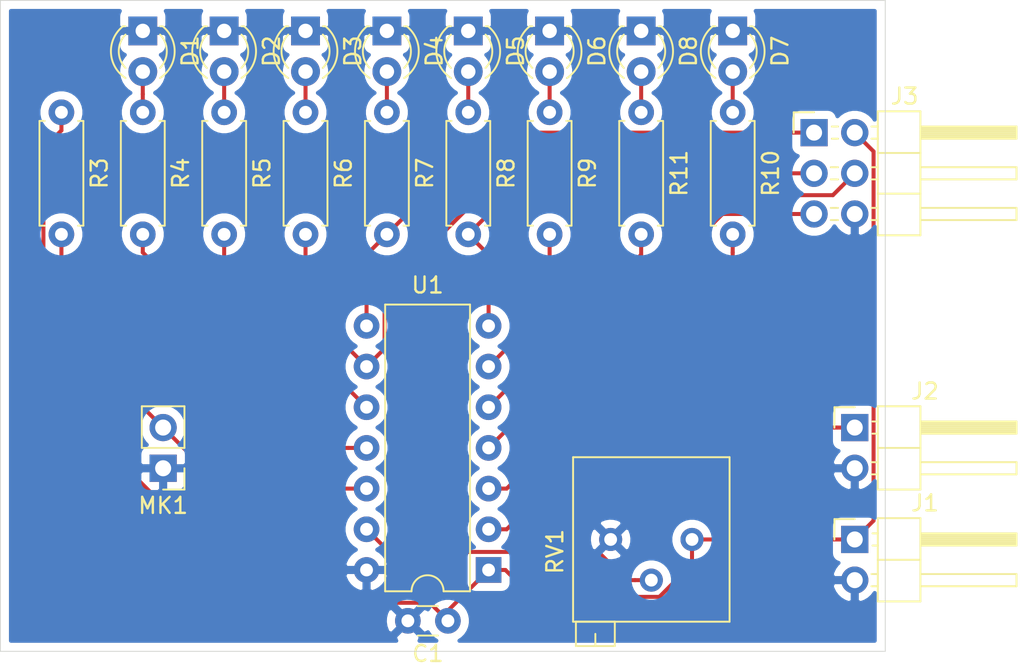
<source format=kicad_pcb>
(kicad_pcb (version 20171130) (host pcbnew "(5.1.5)-3")

  (general
    (thickness 1.6)
    (drawings 4)
    (tracks 76)
    (zones 0)
    (modules 24)
    (nets 23)
  )

  (page A4)
  (layers
    (0 F.Cu signal)
    (31 B.Cu signal)
    (32 B.Adhes user)
    (33 F.Adhes user)
    (34 B.Paste user)
    (35 F.Paste user)
    (36 B.SilkS user)
    (37 F.SilkS user)
    (38 B.Mask user)
    (39 F.Mask user)
    (40 Dwgs.User user)
    (41 Cmts.User user)
    (42 Eco1.User user)
    (43 Eco2.User user)
    (44 Edge.Cuts user)
    (45 Margin user)
    (46 B.CrtYd user)
    (47 F.CrtYd user)
    (48 B.Fab user)
    (49 F.Fab user)
  )

  (setup
    (last_trace_width 0.25)
    (trace_clearance 0.2)
    (zone_clearance 0.508)
    (zone_45_only no)
    (trace_min 0.2)
    (via_size 0.8)
    (via_drill 0.4)
    (via_min_size 0.4)
    (via_min_drill 0.3)
    (uvia_size 0.3)
    (uvia_drill 0.1)
    (uvias_allowed no)
    (uvia_min_size 0.2)
    (uvia_min_drill 0.1)
    (edge_width 0.05)
    (segment_width 0.2)
    (pcb_text_width 0.3)
    (pcb_text_size 1.5 1.5)
    (mod_edge_width 0.12)
    (mod_text_size 1 1)
    (mod_text_width 0.15)
    (pad_size 1.524 1.524)
    (pad_drill 0.762)
    (pad_to_mask_clearance 0.051)
    (solder_mask_min_width 0.25)
    (aux_axis_origin 0 0)
    (visible_elements 7FFFFFFF)
    (pcbplotparams
      (layerselection 0x010fc_ffffffff)
      (usegerberextensions false)
      (usegerberattributes false)
      (usegerberadvancedattributes false)
      (creategerberjobfile false)
      (excludeedgelayer true)
      (linewidth 0.100000)
      (plotframeref false)
      (viasonmask false)
      (mode 1)
      (useauxorigin false)
      (hpglpennumber 1)
      (hpglpenspeed 20)
      (hpglpendiameter 15.000000)
      (psnegative false)
      (psa4output false)
      (plotreference true)
      (plotvalue true)
      (plotinvisibletext false)
      (padsonsilk false)
      (subtractmaskfromsilk false)
      (outputformat 1)
      (mirror false)
      (drillshape 1)
      (scaleselection 1)
      (outputdirectory ""))
  )

  (net 0 "")
  (net 1 "Net-(D1-Pad2)")
  (net 2 GND)
  (net 3 "Net-(D2-Pad2)")
  (net 4 "Net-(D3-Pad2)")
  (net 5 "Net-(D4-Pad2)")
  (net 6 "Net-(D5-Pad2)")
  (net 7 "Net-(D6-Pad2)")
  (net 8 "Net-(D7-Pad2)")
  (net 9 "Net-(D8-Pad2)")
  (net 10 VCC)
  (net 11 /TX)
  (net 12 /MISO)
  (net 13 /SCK)
  (net 14 /MOSI)
  (net 15 /~RESET)
  (net 16 "Net-(MK1-Pad2)")
  (net 17 "Net-(R4-Pad2)")
  (net 18 "Net-(R5-Pad2)")
  (net 19 "Net-(R9-Pad2)")
  (net 20 "Net-(R11-Pad2)")
  (net 21 "Net-(RV1-Pad2)")
  (net 22 "Net-(R10-Pad2)")

  (net_class Default "This is the default net class."
    (clearance 0.2)
    (trace_width 0.25)
    (via_dia 0.8)
    (via_drill 0.4)
    (uvia_dia 0.3)
    (uvia_drill 0.1)
    (add_net /MISO)
    (add_net /MOSI)
    (add_net /SCK)
    (add_net /TX)
    (add_net /~RESET)
    (add_net GND)
    (add_net "Net-(D1-Pad2)")
    (add_net "Net-(D2-Pad2)")
    (add_net "Net-(D3-Pad2)")
    (add_net "Net-(D4-Pad2)")
    (add_net "Net-(D5-Pad2)")
    (add_net "Net-(D6-Pad2)")
    (add_net "Net-(D7-Pad2)")
    (add_net "Net-(D8-Pad2)")
    (add_net "Net-(MK1-Pad2)")
    (add_net "Net-(R10-Pad2)")
    (add_net "Net-(R11-Pad2)")
    (add_net "Net-(R4-Pad2)")
    (add_net "Net-(R5-Pad2)")
    (add_net "Net-(R9-Pad2)")
    (add_net "Net-(RV1-Pad2)")
    (add_net VCC)
  )

  (module Potentiometer_THT:Potentiometer_Bourns_3296P_Horizontal (layer F.Cu) (tedit 5A3D4994) (tstamp 5FECDF20)
    (at 139.7 86.36 90)
    (descr "Potentiometer, horizontal, Bourns 3296P, https://www.bourns.com/pdfs/3296.pdf")
    (tags "Potentiometer horizontal Bourns 3296P")
    (path /5FEB6EA0)
    (fp_text reference RV1 (at -0.76 -3.475 90) (layer F.SilkS)
      (effects (font (size 1 1) (thickness 0.15)))
    )
    (fp_text value 15K (at -0.76 8.555 90) (layer F.Fab)
      (effects (font (size 1 1) (thickness 0.15)))
    )
    (fp_line (start -5.015 -2.225) (end -5.015 7.305) (layer F.Fab) (width 0.1))
    (fp_line (start -5.015 7.305) (end 5.015 7.305) (layer F.Fab) (width 0.1))
    (fp_line (start 5.015 7.305) (end 5.015 -2.225) (layer F.Fab) (width 0.1))
    (fp_line (start 5.015 -2.225) (end -5.015 -2.225) (layer F.Fab) (width 0.1))
    (fp_line (start -6.535 -2.05) (end -6.535 0.14) (layer F.Fab) (width 0.1))
    (fp_line (start -6.535 0.14) (end -5.015 0.14) (layer F.Fab) (width 0.1))
    (fp_line (start -5.015 0.14) (end -5.015 -2.05) (layer F.Fab) (width 0.1))
    (fp_line (start -5.015 -2.05) (end -6.535 -2.05) (layer F.Fab) (width 0.1))
    (fp_line (start -6.535 -0.955) (end -5.775 -0.955) (layer F.Fab) (width 0.1))
    (fp_line (start -5.135 -2.345) (end 5.135 -2.345) (layer F.SilkS) (width 0.12))
    (fp_line (start -5.135 7.425) (end 5.135 7.425) (layer F.SilkS) (width 0.12))
    (fp_line (start -5.135 -2.345) (end -5.135 7.425) (layer F.SilkS) (width 0.12))
    (fp_line (start 5.135 -2.345) (end 5.135 7.425) (layer F.SilkS) (width 0.12))
    (fp_line (start -6.655 -2.169) (end -5.136 -2.169) (layer F.SilkS) (width 0.12))
    (fp_line (start -6.655 0.26) (end -5.136 0.26) (layer F.SilkS) (width 0.12))
    (fp_line (start -6.655 -2.169) (end -6.655 0.26) (layer F.SilkS) (width 0.12))
    (fp_line (start -5.136 -2.169) (end -5.136 0.26) (layer F.SilkS) (width 0.12))
    (fp_line (start -6.655 -0.955) (end -5.896 -0.955) (layer F.SilkS) (width 0.12))
    (fp_line (start -6.8 -2.5) (end -6.8 7.6) (layer F.CrtYd) (width 0.05))
    (fp_line (start -6.8 7.6) (end 5.3 7.6) (layer F.CrtYd) (width 0.05))
    (fp_line (start 5.3 7.6) (end 5.3 -2.5) (layer F.CrtYd) (width 0.05))
    (fp_line (start 5.3 -2.5) (end -6.8 -2.5) (layer F.CrtYd) (width 0.05))
    (fp_text user %R (at 0 2.54 90) (layer F.Fab)
      (effects (font (size 1 1) (thickness 0.15)))
    )
    (pad 1 thru_hole circle (at 0 0 90) (size 1.44 1.44) (drill 0.8) (layers *.Cu *.Mask)
      (net 2 GND))
    (pad 2 thru_hole circle (at -2.54 2.54 90) (size 1.44 1.44) (drill 0.8) (layers *.Cu *.Mask)
      (net 21 "Net-(RV1-Pad2)"))
    (pad 3 thru_hole circle (at 0 5.08 90) (size 1.44 1.44) (drill 0.8) (layers *.Cu *.Mask)
      (net 10 VCC))
    (model ${KISYS3DMOD}/Potentiometer_THT.3dshapes/Potentiometer_Bourns_3296P_Horizontal.wrl
      (at (xyz 0 0 0))
      (scale (xyz 1 1 1))
      (rotate (xyz 0 0 0))
    )
  )

  (module Connector_PinHeader_2.54mm:PinHeader_2x03_P2.54mm_Horizontal (layer F.Cu) (tedit 59FED5CB) (tstamp 5FEB98AF)
    (at 152.4 60.96)
    (descr "Through hole angled pin header, 2x03, 2.54mm pitch, 6mm pin length, double rows")
    (tags "Through hole angled pin header THT 2x03 2.54mm double row")
    (path /5FF17D24)
    (fp_text reference J3 (at 5.655 -2.27) (layer F.SilkS)
      (effects (font (size 1 1) (thickness 0.15)))
    )
    (fp_text value ISP (at 5.655 7.35) (layer F.Fab)
      (effects (font (size 1 1) (thickness 0.15)))
    )
    (fp_line (start 4.675 -1.27) (end 6.58 -1.27) (layer F.Fab) (width 0.1))
    (fp_line (start 6.58 -1.27) (end 6.58 6.35) (layer F.Fab) (width 0.1))
    (fp_line (start 6.58 6.35) (end 4.04 6.35) (layer F.Fab) (width 0.1))
    (fp_line (start 4.04 6.35) (end 4.04 -0.635) (layer F.Fab) (width 0.1))
    (fp_line (start 4.04 -0.635) (end 4.675 -1.27) (layer F.Fab) (width 0.1))
    (fp_line (start -0.32 -0.32) (end 4.04 -0.32) (layer F.Fab) (width 0.1))
    (fp_line (start -0.32 -0.32) (end -0.32 0.32) (layer F.Fab) (width 0.1))
    (fp_line (start -0.32 0.32) (end 4.04 0.32) (layer F.Fab) (width 0.1))
    (fp_line (start 6.58 -0.32) (end 12.58 -0.32) (layer F.Fab) (width 0.1))
    (fp_line (start 12.58 -0.32) (end 12.58 0.32) (layer F.Fab) (width 0.1))
    (fp_line (start 6.58 0.32) (end 12.58 0.32) (layer F.Fab) (width 0.1))
    (fp_line (start -0.32 2.22) (end 4.04 2.22) (layer F.Fab) (width 0.1))
    (fp_line (start -0.32 2.22) (end -0.32 2.86) (layer F.Fab) (width 0.1))
    (fp_line (start -0.32 2.86) (end 4.04 2.86) (layer F.Fab) (width 0.1))
    (fp_line (start 6.58 2.22) (end 12.58 2.22) (layer F.Fab) (width 0.1))
    (fp_line (start 12.58 2.22) (end 12.58 2.86) (layer F.Fab) (width 0.1))
    (fp_line (start 6.58 2.86) (end 12.58 2.86) (layer F.Fab) (width 0.1))
    (fp_line (start -0.32 4.76) (end 4.04 4.76) (layer F.Fab) (width 0.1))
    (fp_line (start -0.32 4.76) (end -0.32 5.4) (layer F.Fab) (width 0.1))
    (fp_line (start -0.32 5.4) (end 4.04 5.4) (layer F.Fab) (width 0.1))
    (fp_line (start 6.58 4.76) (end 12.58 4.76) (layer F.Fab) (width 0.1))
    (fp_line (start 12.58 4.76) (end 12.58 5.4) (layer F.Fab) (width 0.1))
    (fp_line (start 6.58 5.4) (end 12.58 5.4) (layer F.Fab) (width 0.1))
    (fp_line (start 3.98 -1.33) (end 3.98 6.41) (layer F.SilkS) (width 0.12))
    (fp_line (start 3.98 6.41) (end 6.64 6.41) (layer F.SilkS) (width 0.12))
    (fp_line (start 6.64 6.41) (end 6.64 -1.33) (layer F.SilkS) (width 0.12))
    (fp_line (start 6.64 -1.33) (end 3.98 -1.33) (layer F.SilkS) (width 0.12))
    (fp_line (start 6.64 -0.38) (end 12.64 -0.38) (layer F.SilkS) (width 0.12))
    (fp_line (start 12.64 -0.38) (end 12.64 0.38) (layer F.SilkS) (width 0.12))
    (fp_line (start 12.64 0.38) (end 6.64 0.38) (layer F.SilkS) (width 0.12))
    (fp_line (start 6.64 -0.32) (end 12.64 -0.32) (layer F.SilkS) (width 0.12))
    (fp_line (start 6.64 -0.2) (end 12.64 -0.2) (layer F.SilkS) (width 0.12))
    (fp_line (start 6.64 -0.08) (end 12.64 -0.08) (layer F.SilkS) (width 0.12))
    (fp_line (start 6.64 0.04) (end 12.64 0.04) (layer F.SilkS) (width 0.12))
    (fp_line (start 6.64 0.16) (end 12.64 0.16) (layer F.SilkS) (width 0.12))
    (fp_line (start 6.64 0.28) (end 12.64 0.28) (layer F.SilkS) (width 0.12))
    (fp_line (start 3.582929 -0.38) (end 3.98 -0.38) (layer F.SilkS) (width 0.12))
    (fp_line (start 3.582929 0.38) (end 3.98 0.38) (layer F.SilkS) (width 0.12))
    (fp_line (start 1.11 -0.38) (end 1.497071 -0.38) (layer F.SilkS) (width 0.12))
    (fp_line (start 1.11 0.38) (end 1.497071 0.38) (layer F.SilkS) (width 0.12))
    (fp_line (start 3.98 1.27) (end 6.64 1.27) (layer F.SilkS) (width 0.12))
    (fp_line (start 6.64 2.16) (end 12.64 2.16) (layer F.SilkS) (width 0.12))
    (fp_line (start 12.64 2.16) (end 12.64 2.92) (layer F.SilkS) (width 0.12))
    (fp_line (start 12.64 2.92) (end 6.64 2.92) (layer F.SilkS) (width 0.12))
    (fp_line (start 3.582929 2.16) (end 3.98 2.16) (layer F.SilkS) (width 0.12))
    (fp_line (start 3.582929 2.92) (end 3.98 2.92) (layer F.SilkS) (width 0.12))
    (fp_line (start 1.042929 2.16) (end 1.497071 2.16) (layer F.SilkS) (width 0.12))
    (fp_line (start 1.042929 2.92) (end 1.497071 2.92) (layer F.SilkS) (width 0.12))
    (fp_line (start 3.98 3.81) (end 6.64 3.81) (layer F.SilkS) (width 0.12))
    (fp_line (start 6.64 4.7) (end 12.64 4.7) (layer F.SilkS) (width 0.12))
    (fp_line (start 12.64 4.7) (end 12.64 5.46) (layer F.SilkS) (width 0.12))
    (fp_line (start 12.64 5.46) (end 6.64 5.46) (layer F.SilkS) (width 0.12))
    (fp_line (start 3.582929 4.7) (end 3.98 4.7) (layer F.SilkS) (width 0.12))
    (fp_line (start 3.582929 5.46) (end 3.98 5.46) (layer F.SilkS) (width 0.12))
    (fp_line (start 1.042929 4.7) (end 1.497071 4.7) (layer F.SilkS) (width 0.12))
    (fp_line (start 1.042929 5.46) (end 1.497071 5.46) (layer F.SilkS) (width 0.12))
    (fp_line (start -1.27 0) (end -1.27 -1.27) (layer F.SilkS) (width 0.12))
    (fp_line (start -1.27 -1.27) (end 0 -1.27) (layer F.SilkS) (width 0.12))
    (fp_line (start -1.8 -1.8) (end -1.8 6.85) (layer F.CrtYd) (width 0.05))
    (fp_line (start -1.8 6.85) (end 13.1 6.85) (layer F.CrtYd) (width 0.05))
    (fp_line (start 13.1 6.85) (end 13.1 -1.8) (layer F.CrtYd) (width 0.05))
    (fp_line (start 13.1 -1.8) (end -1.8 -1.8) (layer F.CrtYd) (width 0.05))
    (fp_text user %R (at 5.31 2.54 90) (layer F.Fab)
      (effects (font (size 1 1) (thickness 0.15)))
    )
    (pad 1 thru_hole rect (at 0 0) (size 1.7 1.7) (drill 1) (layers *.Cu *.Mask)
      (net 12 /MISO))
    (pad 2 thru_hole oval (at 2.54 0) (size 1.7 1.7) (drill 1) (layers *.Cu *.Mask)
      (net 10 VCC))
    (pad 3 thru_hole oval (at 0 2.54) (size 1.7 1.7) (drill 1) (layers *.Cu *.Mask)
      (net 13 /SCK))
    (pad 4 thru_hole oval (at 2.54 2.54) (size 1.7 1.7) (drill 1) (layers *.Cu *.Mask)
      (net 14 /MOSI))
    (pad 5 thru_hole oval (at 0 5.08) (size 1.7 1.7) (drill 1) (layers *.Cu *.Mask)
      (net 15 /~RESET))
    (pad 6 thru_hole oval (at 2.54 5.08) (size 1.7 1.7) (drill 1) (layers *.Cu *.Mask)
      (net 2 GND))
    (model ${KISYS3DMOD}/Connector_PinHeader_2.54mm.3dshapes/PinHeader_2x03_P2.54mm_Horizontal.wrl
      (at (xyz 0 0 0))
      (scale (xyz 1 1 1))
      (rotate (xyz 0 0 0))
    )
  )

  (module Resistor_THT:R_Axial_DIN0207_L6.3mm_D2.5mm_P7.62mm_Horizontal (layer F.Cu) (tedit 5AE5139B) (tstamp 5FEB98DC)
    (at 105.41 59.69 270)
    (descr "Resistor, Axial_DIN0207 series, Axial, Horizontal, pin pitch=7.62mm, 0.25W = 1/4W, length*diameter=6.3*2.5mm^2, http://cdn-reichelt.de/documents/datenblatt/B400/1_4W%23YAG.pdf")
    (tags "Resistor Axial_DIN0207 series Axial Horizontal pin pitch 7.62mm 0.25W = 1/4W length 6.3mm diameter 2.5mm")
    (path /5FED9BA7)
    (fp_text reference R3 (at 3.81 -2.37 90) (layer F.SilkS)
      (effects (font (size 1 1) (thickness 0.15)))
    )
    (fp_text value 10K (at 3.81 2.37 90) (layer F.Fab)
      (effects (font (size 1 1) (thickness 0.15)))
    )
    (fp_text user %R (at 3.81 0 90) (layer F.Fab)
      (effects (font (size 1 1) (thickness 0.15)))
    )
    (fp_line (start 8.67 -1.5) (end -1.05 -1.5) (layer F.CrtYd) (width 0.05))
    (fp_line (start 8.67 1.5) (end 8.67 -1.5) (layer F.CrtYd) (width 0.05))
    (fp_line (start -1.05 1.5) (end 8.67 1.5) (layer F.CrtYd) (width 0.05))
    (fp_line (start -1.05 -1.5) (end -1.05 1.5) (layer F.CrtYd) (width 0.05))
    (fp_line (start 7.08 1.37) (end 7.08 1.04) (layer F.SilkS) (width 0.12))
    (fp_line (start 0.54 1.37) (end 7.08 1.37) (layer F.SilkS) (width 0.12))
    (fp_line (start 0.54 1.04) (end 0.54 1.37) (layer F.SilkS) (width 0.12))
    (fp_line (start 7.08 -1.37) (end 7.08 -1.04) (layer F.SilkS) (width 0.12))
    (fp_line (start 0.54 -1.37) (end 7.08 -1.37) (layer F.SilkS) (width 0.12))
    (fp_line (start 0.54 -1.04) (end 0.54 -1.37) (layer F.SilkS) (width 0.12))
    (fp_line (start 7.62 0) (end 6.96 0) (layer F.Fab) (width 0.1))
    (fp_line (start 0 0) (end 0.66 0) (layer F.Fab) (width 0.1))
    (fp_line (start 6.96 -1.25) (end 0.66 -1.25) (layer F.Fab) (width 0.1))
    (fp_line (start 6.96 1.25) (end 6.96 -1.25) (layer F.Fab) (width 0.1))
    (fp_line (start 0.66 1.25) (end 6.96 1.25) (layer F.Fab) (width 0.1))
    (fp_line (start 0.66 -1.25) (end 0.66 1.25) (layer F.Fab) (width 0.1))
    (pad 2 thru_hole oval (at 7.62 0 270) (size 1.6 1.6) (drill 0.8) (layers *.Cu *.Mask)
      (net 16 "Net-(MK1-Pad2)"))
    (pad 1 thru_hole circle (at 0 0 270) (size 1.6 1.6) (drill 0.8) (layers *.Cu *.Mask)
      (net 10 VCC))
    (model ${KISYS3DMOD}/Resistor_THT.3dshapes/R_Axial_DIN0207_L6.3mm_D2.5mm_P7.62mm_Horizontal.wrl
      (at (xyz 0 0 0))
      (scale (xyz 1 1 1))
      (rotate (xyz 0 0 0))
    )
  )

  (module Connector_PinHeader_2.54mm:PinHeader_1x02_P2.54mm_Horizontal (layer F.Cu) (tedit 59FED5CB) (tstamp 5FEB9866)
    (at 154.94 79.375)
    (descr "Through hole angled pin header, 1x02, 2.54mm pitch, 6mm pin length, single row")
    (tags "Through hole angled pin header THT 1x02 2.54mm single row")
    (path /5FF0AE0C)
    (fp_text reference J2 (at 4.385 -2.27) (layer F.SilkS)
      (effects (font (size 1 1) (thickness 0.15)))
    )
    (fp_text value TXD (at 4.385 4.81) (layer F.Fab)
      (effects (font (size 1 1) (thickness 0.15)))
    )
    (fp_line (start 2.135 -1.27) (end 4.04 -1.27) (layer F.Fab) (width 0.1))
    (fp_line (start 4.04 -1.27) (end 4.04 3.81) (layer F.Fab) (width 0.1))
    (fp_line (start 4.04 3.81) (end 1.5 3.81) (layer F.Fab) (width 0.1))
    (fp_line (start 1.5 3.81) (end 1.5 -0.635) (layer F.Fab) (width 0.1))
    (fp_line (start 1.5 -0.635) (end 2.135 -1.27) (layer F.Fab) (width 0.1))
    (fp_line (start -0.32 -0.32) (end 1.5 -0.32) (layer F.Fab) (width 0.1))
    (fp_line (start -0.32 -0.32) (end -0.32 0.32) (layer F.Fab) (width 0.1))
    (fp_line (start -0.32 0.32) (end 1.5 0.32) (layer F.Fab) (width 0.1))
    (fp_line (start 4.04 -0.32) (end 10.04 -0.32) (layer F.Fab) (width 0.1))
    (fp_line (start 10.04 -0.32) (end 10.04 0.32) (layer F.Fab) (width 0.1))
    (fp_line (start 4.04 0.32) (end 10.04 0.32) (layer F.Fab) (width 0.1))
    (fp_line (start -0.32 2.22) (end 1.5 2.22) (layer F.Fab) (width 0.1))
    (fp_line (start -0.32 2.22) (end -0.32 2.86) (layer F.Fab) (width 0.1))
    (fp_line (start -0.32 2.86) (end 1.5 2.86) (layer F.Fab) (width 0.1))
    (fp_line (start 4.04 2.22) (end 10.04 2.22) (layer F.Fab) (width 0.1))
    (fp_line (start 10.04 2.22) (end 10.04 2.86) (layer F.Fab) (width 0.1))
    (fp_line (start 4.04 2.86) (end 10.04 2.86) (layer F.Fab) (width 0.1))
    (fp_line (start 1.44 -1.33) (end 1.44 3.87) (layer F.SilkS) (width 0.12))
    (fp_line (start 1.44 3.87) (end 4.1 3.87) (layer F.SilkS) (width 0.12))
    (fp_line (start 4.1 3.87) (end 4.1 -1.33) (layer F.SilkS) (width 0.12))
    (fp_line (start 4.1 -1.33) (end 1.44 -1.33) (layer F.SilkS) (width 0.12))
    (fp_line (start 4.1 -0.38) (end 10.1 -0.38) (layer F.SilkS) (width 0.12))
    (fp_line (start 10.1 -0.38) (end 10.1 0.38) (layer F.SilkS) (width 0.12))
    (fp_line (start 10.1 0.38) (end 4.1 0.38) (layer F.SilkS) (width 0.12))
    (fp_line (start 4.1 -0.32) (end 10.1 -0.32) (layer F.SilkS) (width 0.12))
    (fp_line (start 4.1 -0.2) (end 10.1 -0.2) (layer F.SilkS) (width 0.12))
    (fp_line (start 4.1 -0.08) (end 10.1 -0.08) (layer F.SilkS) (width 0.12))
    (fp_line (start 4.1 0.04) (end 10.1 0.04) (layer F.SilkS) (width 0.12))
    (fp_line (start 4.1 0.16) (end 10.1 0.16) (layer F.SilkS) (width 0.12))
    (fp_line (start 4.1 0.28) (end 10.1 0.28) (layer F.SilkS) (width 0.12))
    (fp_line (start 1.11 -0.38) (end 1.44 -0.38) (layer F.SilkS) (width 0.12))
    (fp_line (start 1.11 0.38) (end 1.44 0.38) (layer F.SilkS) (width 0.12))
    (fp_line (start 1.44 1.27) (end 4.1 1.27) (layer F.SilkS) (width 0.12))
    (fp_line (start 4.1 2.16) (end 10.1 2.16) (layer F.SilkS) (width 0.12))
    (fp_line (start 10.1 2.16) (end 10.1 2.92) (layer F.SilkS) (width 0.12))
    (fp_line (start 10.1 2.92) (end 4.1 2.92) (layer F.SilkS) (width 0.12))
    (fp_line (start 1.042929 2.16) (end 1.44 2.16) (layer F.SilkS) (width 0.12))
    (fp_line (start 1.042929 2.92) (end 1.44 2.92) (layer F.SilkS) (width 0.12))
    (fp_line (start -1.27 0) (end -1.27 -1.27) (layer F.SilkS) (width 0.12))
    (fp_line (start -1.27 -1.27) (end 0 -1.27) (layer F.SilkS) (width 0.12))
    (fp_line (start -1.8 -1.8) (end -1.8 4.35) (layer F.CrtYd) (width 0.05))
    (fp_line (start -1.8 4.35) (end 10.55 4.35) (layer F.CrtYd) (width 0.05))
    (fp_line (start 10.55 4.35) (end 10.55 -1.8) (layer F.CrtYd) (width 0.05))
    (fp_line (start 10.55 -1.8) (end -1.8 -1.8) (layer F.CrtYd) (width 0.05))
    (fp_text user %R (at 2.77 1.27 90) (layer F.Fab)
      (effects (font (size 1 1) (thickness 0.15)))
    )
    (pad 1 thru_hole rect (at 0 0) (size 1.7 1.7) (drill 1) (layers *.Cu *.Mask)
      (net 11 /TX))
    (pad 2 thru_hole oval (at 0 2.54) (size 1.7 1.7) (drill 1) (layers *.Cu *.Mask)
      (net 2 GND))
    (model ${KISYS3DMOD}/Connector_PinHeader_2.54mm.3dshapes/PinHeader_1x02_P2.54mm_Horizontal.wrl
      (at (xyz 0 0 0))
      (scale (xyz 1 1 1))
      (rotate (xyz 0 0 0))
    )
  )

  (module LED_THT:LED_D3.0mm (layer F.Cu) (tedit 587A3A7B) (tstamp 5FEB979B)
    (at 110.49 54.61 270)
    (descr "LED, diameter 3.0mm, 2 pins")
    (tags "LED diameter 3.0mm 2 pins")
    (path /5FEAC79F)
    (fp_text reference D1 (at 1.27 -2.96 90) (layer F.SilkS)
      (effects (font (size 1 1) (thickness 0.15)))
    )
    (fp_text value BLUE (at 1.27 2.96 90) (layer F.Fab)
      (effects (font (size 1 1) (thickness 0.15)))
    )
    (fp_line (start 3.7 -2.25) (end -1.15 -2.25) (layer F.CrtYd) (width 0.05))
    (fp_line (start 3.7 2.25) (end 3.7 -2.25) (layer F.CrtYd) (width 0.05))
    (fp_line (start -1.15 2.25) (end 3.7 2.25) (layer F.CrtYd) (width 0.05))
    (fp_line (start -1.15 -2.25) (end -1.15 2.25) (layer F.CrtYd) (width 0.05))
    (fp_line (start -0.29 1.08) (end -0.29 1.236) (layer F.SilkS) (width 0.12))
    (fp_line (start -0.29 -1.236) (end -0.29 -1.08) (layer F.SilkS) (width 0.12))
    (fp_line (start -0.23 -1.16619) (end -0.23 1.16619) (layer F.Fab) (width 0.1))
    (fp_circle (center 1.27 0) (end 2.77 0) (layer F.Fab) (width 0.1))
    (fp_arc (start 1.27 0) (end 0.229039 1.08) (angle -87.9) (layer F.SilkS) (width 0.12))
    (fp_arc (start 1.27 0) (end 0.229039 -1.08) (angle 87.9) (layer F.SilkS) (width 0.12))
    (fp_arc (start 1.27 0) (end -0.29 1.235516) (angle -108.8) (layer F.SilkS) (width 0.12))
    (fp_arc (start 1.27 0) (end -0.29 -1.235516) (angle 108.8) (layer F.SilkS) (width 0.12))
    (fp_arc (start 1.27 0) (end -0.23 -1.16619) (angle 284.3) (layer F.Fab) (width 0.1))
    (pad 2 thru_hole circle (at 2.54 0 270) (size 1.8 1.8) (drill 0.9) (layers *.Cu *.Mask)
      (net 1 "Net-(D1-Pad2)"))
    (pad 1 thru_hole rect (at 0 0 270) (size 1.8 1.8) (drill 0.9) (layers *.Cu *.Mask)
      (net 2 GND))
    (model ${KISYS3DMOD}/LED_THT.3dshapes/LED_D3.0mm.wrl
      (at (xyz 0 0 0))
      (scale (xyz 1 1 1))
      (rotate (xyz 0 0 0))
    )
  )

  (module LED_THT:LED_D3.0mm (layer F.Cu) (tedit 587A3A7B) (tstamp 5FEB97AE)
    (at 115.57 54.61 270)
    (descr "LED, diameter 3.0mm, 2 pins")
    (tags "LED diameter 3.0mm 2 pins")
    (path /5FEAC78B)
    (fp_text reference D2 (at 1.27 -2.96 90) (layer F.SilkS)
      (effects (font (size 1 1) (thickness 0.15)))
    )
    (fp_text value BLUE (at 1.27 2.96 90) (layer F.Fab)
      (effects (font (size 1 1) (thickness 0.15)))
    )
    (fp_line (start 3.7 -2.25) (end -1.15 -2.25) (layer F.CrtYd) (width 0.05))
    (fp_line (start 3.7 2.25) (end 3.7 -2.25) (layer F.CrtYd) (width 0.05))
    (fp_line (start -1.15 2.25) (end 3.7 2.25) (layer F.CrtYd) (width 0.05))
    (fp_line (start -1.15 -2.25) (end -1.15 2.25) (layer F.CrtYd) (width 0.05))
    (fp_line (start -0.29 1.08) (end -0.29 1.236) (layer F.SilkS) (width 0.12))
    (fp_line (start -0.29 -1.236) (end -0.29 -1.08) (layer F.SilkS) (width 0.12))
    (fp_line (start -0.23 -1.16619) (end -0.23 1.16619) (layer F.Fab) (width 0.1))
    (fp_circle (center 1.27 0) (end 2.77 0) (layer F.Fab) (width 0.1))
    (fp_arc (start 1.27 0) (end 0.229039 1.08) (angle -87.9) (layer F.SilkS) (width 0.12))
    (fp_arc (start 1.27 0) (end 0.229039 -1.08) (angle 87.9) (layer F.SilkS) (width 0.12))
    (fp_arc (start 1.27 0) (end -0.29 1.235516) (angle -108.8) (layer F.SilkS) (width 0.12))
    (fp_arc (start 1.27 0) (end -0.29 -1.235516) (angle 108.8) (layer F.SilkS) (width 0.12))
    (fp_arc (start 1.27 0) (end -0.23 -1.16619) (angle 284.3) (layer F.Fab) (width 0.1))
    (pad 2 thru_hole circle (at 2.54 0 270) (size 1.8 1.8) (drill 0.9) (layers *.Cu *.Mask)
      (net 3 "Net-(D2-Pad2)"))
    (pad 1 thru_hole rect (at 0 0 270) (size 1.8 1.8) (drill 0.9) (layers *.Cu *.Mask)
      (net 2 GND))
    (model ${KISYS3DMOD}/LED_THT.3dshapes/LED_D3.0mm.wrl
      (at (xyz 0 0 0))
      (scale (xyz 1 1 1))
      (rotate (xyz 0 0 0))
    )
  )

  (module LED_THT:LED_D3.0mm (layer F.Cu) (tedit 587A3A7B) (tstamp 5FEB97C1)
    (at 120.65 54.61 270)
    (descr "LED, diameter 3.0mm, 2 pins")
    (tags "LED diameter 3.0mm 2 pins")
    (path /5FEAB703)
    (fp_text reference D3 (at 1.27 -2.96 90) (layer F.SilkS)
      (effects (font (size 1 1) (thickness 0.15)))
    )
    (fp_text value GREEN (at 1.27 2.96 90) (layer F.Fab)
      (effects (font (size 1 1) (thickness 0.15)))
    )
    (fp_line (start 3.7 -2.25) (end -1.15 -2.25) (layer F.CrtYd) (width 0.05))
    (fp_line (start 3.7 2.25) (end 3.7 -2.25) (layer F.CrtYd) (width 0.05))
    (fp_line (start -1.15 2.25) (end 3.7 2.25) (layer F.CrtYd) (width 0.05))
    (fp_line (start -1.15 -2.25) (end -1.15 2.25) (layer F.CrtYd) (width 0.05))
    (fp_line (start -0.29 1.08) (end -0.29 1.236) (layer F.SilkS) (width 0.12))
    (fp_line (start -0.29 -1.236) (end -0.29 -1.08) (layer F.SilkS) (width 0.12))
    (fp_line (start -0.23 -1.16619) (end -0.23 1.16619) (layer F.Fab) (width 0.1))
    (fp_circle (center 1.27 0) (end 2.77 0) (layer F.Fab) (width 0.1))
    (fp_arc (start 1.27 0) (end 0.229039 1.08) (angle -87.9) (layer F.SilkS) (width 0.12))
    (fp_arc (start 1.27 0) (end 0.229039 -1.08) (angle 87.9) (layer F.SilkS) (width 0.12))
    (fp_arc (start 1.27 0) (end -0.29 1.235516) (angle -108.8) (layer F.SilkS) (width 0.12))
    (fp_arc (start 1.27 0) (end -0.29 -1.235516) (angle 108.8) (layer F.SilkS) (width 0.12))
    (fp_arc (start 1.27 0) (end -0.23 -1.16619) (angle 284.3) (layer F.Fab) (width 0.1))
    (pad 2 thru_hole circle (at 2.54 0 270) (size 1.8 1.8) (drill 0.9) (layers *.Cu *.Mask)
      (net 4 "Net-(D3-Pad2)"))
    (pad 1 thru_hole rect (at 0 0 270) (size 1.8 1.8) (drill 0.9) (layers *.Cu *.Mask)
      (net 2 GND))
    (model ${KISYS3DMOD}/LED_THT.3dshapes/LED_D3.0mm.wrl
      (at (xyz 0 0 0))
      (scale (xyz 1 1 1))
      (rotate (xyz 0 0 0))
    )
  )

  (module LED_THT:LED_D3.0mm (layer F.Cu) (tedit 587A3A7B) (tstamp 5FEB97D4)
    (at 125.73 54.61 270)
    (descr "LED, diameter 3.0mm, 2 pins")
    (tags "LED diameter 3.0mm 2 pins")
    (path /5FEA91F6)
    (fp_text reference D4 (at 1.27 -2.96 90) (layer F.SilkS)
      (effects (font (size 1 1) (thickness 0.15)))
    )
    (fp_text value GREEN (at 1.27 2.96 90) (layer F.Fab)
      (effects (font (size 1 1) (thickness 0.15)))
    )
    (fp_line (start 3.7 -2.25) (end -1.15 -2.25) (layer F.CrtYd) (width 0.05))
    (fp_line (start 3.7 2.25) (end 3.7 -2.25) (layer F.CrtYd) (width 0.05))
    (fp_line (start -1.15 2.25) (end 3.7 2.25) (layer F.CrtYd) (width 0.05))
    (fp_line (start -1.15 -2.25) (end -1.15 2.25) (layer F.CrtYd) (width 0.05))
    (fp_line (start -0.29 1.08) (end -0.29 1.236) (layer F.SilkS) (width 0.12))
    (fp_line (start -0.29 -1.236) (end -0.29 -1.08) (layer F.SilkS) (width 0.12))
    (fp_line (start -0.23 -1.16619) (end -0.23 1.16619) (layer F.Fab) (width 0.1))
    (fp_circle (center 1.27 0) (end 2.77 0) (layer F.Fab) (width 0.1))
    (fp_arc (start 1.27 0) (end 0.229039 1.08) (angle -87.9) (layer F.SilkS) (width 0.12))
    (fp_arc (start 1.27 0) (end 0.229039 -1.08) (angle 87.9) (layer F.SilkS) (width 0.12))
    (fp_arc (start 1.27 0) (end -0.29 1.235516) (angle -108.8) (layer F.SilkS) (width 0.12))
    (fp_arc (start 1.27 0) (end -0.29 -1.235516) (angle 108.8) (layer F.SilkS) (width 0.12))
    (fp_arc (start 1.27 0) (end -0.23 -1.16619) (angle 284.3) (layer F.Fab) (width 0.1))
    (pad 2 thru_hole circle (at 2.54 0 270) (size 1.8 1.8) (drill 0.9) (layers *.Cu *.Mask)
      (net 5 "Net-(D4-Pad2)"))
    (pad 1 thru_hole rect (at 0 0 270) (size 1.8 1.8) (drill 0.9) (layers *.Cu *.Mask)
      (net 2 GND))
    (model ${KISYS3DMOD}/LED_THT.3dshapes/LED_D3.0mm.wrl
      (at (xyz 0 0 0))
      (scale (xyz 1 1 1))
      (rotate (xyz 0 0 0))
    )
  )

  (module LED_THT:LED_D3.0mm (layer F.Cu) (tedit 587A3A7B) (tstamp 5FEB97E7)
    (at 130.81 54.61 270)
    (descr "LED, diameter 3.0mm, 2 pins")
    (tags "LED diameter 3.0mm 2 pins")
    (path /5FEAF42B)
    (fp_text reference D5 (at 1.27 -2.96 90) (layer F.SilkS)
      (effects (font (size 1 1) (thickness 0.15)))
    )
    (fp_text value YELLOW (at 1.27 2.96 90) (layer F.Fab)
      (effects (font (size 1 1) (thickness 0.15)))
    )
    (fp_arc (start 1.27 0) (end -0.23 -1.16619) (angle 284.3) (layer F.Fab) (width 0.1))
    (fp_arc (start 1.27 0) (end -0.29 -1.235516) (angle 108.8) (layer F.SilkS) (width 0.12))
    (fp_arc (start 1.27 0) (end -0.29 1.235516) (angle -108.8) (layer F.SilkS) (width 0.12))
    (fp_arc (start 1.27 0) (end 0.229039 -1.08) (angle 87.9) (layer F.SilkS) (width 0.12))
    (fp_arc (start 1.27 0) (end 0.229039 1.08) (angle -87.9) (layer F.SilkS) (width 0.12))
    (fp_circle (center 1.27 0) (end 2.77 0) (layer F.Fab) (width 0.1))
    (fp_line (start -0.23 -1.16619) (end -0.23 1.16619) (layer F.Fab) (width 0.1))
    (fp_line (start -0.29 -1.236) (end -0.29 -1.08) (layer F.SilkS) (width 0.12))
    (fp_line (start -0.29 1.08) (end -0.29 1.236) (layer F.SilkS) (width 0.12))
    (fp_line (start -1.15 -2.25) (end -1.15 2.25) (layer F.CrtYd) (width 0.05))
    (fp_line (start -1.15 2.25) (end 3.7 2.25) (layer F.CrtYd) (width 0.05))
    (fp_line (start 3.7 2.25) (end 3.7 -2.25) (layer F.CrtYd) (width 0.05))
    (fp_line (start 3.7 -2.25) (end -1.15 -2.25) (layer F.CrtYd) (width 0.05))
    (pad 1 thru_hole rect (at 0 0 270) (size 1.8 1.8) (drill 0.9) (layers *.Cu *.Mask)
      (net 2 GND))
    (pad 2 thru_hole circle (at 2.54 0 270) (size 1.8 1.8) (drill 0.9) (layers *.Cu *.Mask)
      (net 6 "Net-(D5-Pad2)"))
    (model ${KISYS3DMOD}/LED_THT.3dshapes/LED_D3.0mm.wrl
      (at (xyz 0 0 0))
      (scale (xyz 1 1 1))
      (rotate (xyz 0 0 0))
    )
  )

  (module LED_THT:LED_D3.0mm (layer F.Cu) (tedit 587A3A7B) (tstamp 5FEB97FA)
    (at 135.89 54.61 270)
    (descr "LED, diameter 3.0mm, 2 pins")
    (tags "LED diameter 3.0mm 2 pins")
    (path /5FEAF417)
    (fp_text reference D6 (at 1.27 -2.96 90) (layer F.SilkS)
      (effects (font (size 1 1) (thickness 0.15)))
    )
    (fp_text value YELLOW (at 1.27 2.96 90) (layer F.Fab)
      (effects (font (size 1 1) (thickness 0.15)))
    )
    (fp_arc (start 1.27 0) (end -0.23 -1.16619) (angle 284.3) (layer F.Fab) (width 0.1))
    (fp_arc (start 1.27 0) (end -0.29 -1.235516) (angle 108.8) (layer F.SilkS) (width 0.12))
    (fp_arc (start 1.27 0) (end -0.29 1.235516) (angle -108.8) (layer F.SilkS) (width 0.12))
    (fp_arc (start 1.27 0) (end 0.229039 -1.08) (angle 87.9) (layer F.SilkS) (width 0.12))
    (fp_arc (start 1.27 0) (end 0.229039 1.08) (angle -87.9) (layer F.SilkS) (width 0.12))
    (fp_circle (center 1.27 0) (end 2.77 0) (layer F.Fab) (width 0.1))
    (fp_line (start -0.23 -1.16619) (end -0.23 1.16619) (layer F.Fab) (width 0.1))
    (fp_line (start -0.29 -1.236) (end -0.29 -1.08) (layer F.SilkS) (width 0.12))
    (fp_line (start -0.29 1.08) (end -0.29 1.236) (layer F.SilkS) (width 0.12))
    (fp_line (start -1.15 -2.25) (end -1.15 2.25) (layer F.CrtYd) (width 0.05))
    (fp_line (start -1.15 2.25) (end 3.7 2.25) (layer F.CrtYd) (width 0.05))
    (fp_line (start 3.7 2.25) (end 3.7 -2.25) (layer F.CrtYd) (width 0.05))
    (fp_line (start 3.7 -2.25) (end -1.15 -2.25) (layer F.CrtYd) (width 0.05))
    (pad 1 thru_hole rect (at 0 0 270) (size 1.8 1.8) (drill 0.9) (layers *.Cu *.Mask)
      (net 2 GND))
    (pad 2 thru_hole circle (at 2.54 0 270) (size 1.8 1.8) (drill 0.9) (layers *.Cu *.Mask)
      (net 7 "Net-(D6-Pad2)"))
    (model ${KISYS3DMOD}/LED_THT.3dshapes/LED_D3.0mm.wrl
      (at (xyz 0 0 0))
      (scale (xyz 1 1 1))
      (rotate (xyz 0 0 0))
    )
  )

  (module LED_THT:LED_D3.0mm (layer F.Cu) (tedit 587A3A7B) (tstamp 5FEB980D)
    (at 147.32 54.61 270)
    (descr "LED, diameter 3.0mm, 2 pins")
    (tags "LED diameter 3.0mm 2 pins")
    (path /5FEAF403)
    (fp_text reference D7 (at 1.27 -2.96 90) (layer F.SilkS)
      (effects (font (size 1 1) (thickness 0.15)))
    )
    (fp_text value RED (at 1.27 2.96 90) (layer F.Fab)
      (effects (font (size 1 1) (thickness 0.15)))
    )
    (fp_arc (start 1.27 0) (end -0.23 -1.16619) (angle 284.3) (layer F.Fab) (width 0.1))
    (fp_arc (start 1.27 0) (end -0.29 -1.235516) (angle 108.8) (layer F.SilkS) (width 0.12))
    (fp_arc (start 1.27 0) (end -0.29 1.235516) (angle -108.8) (layer F.SilkS) (width 0.12))
    (fp_arc (start 1.27 0) (end 0.229039 -1.08) (angle 87.9) (layer F.SilkS) (width 0.12))
    (fp_arc (start 1.27 0) (end 0.229039 1.08) (angle -87.9) (layer F.SilkS) (width 0.12))
    (fp_circle (center 1.27 0) (end 2.77 0) (layer F.Fab) (width 0.1))
    (fp_line (start -0.23 -1.16619) (end -0.23 1.16619) (layer F.Fab) (width 0.1))
    (fp_line (start -0.29 -1.236) (end -0.29 -1.08) (layer F.SilkS) (width 0.12))
    (fp_line (start -0.29 1.08) (end -0.29 1.236) (layer F.SilkS) (width 0.12))
    (fp_line (start -1.15 -2.25) (end -1.15 2.25) (layer F.CrtYd) (width 0.05))
    (fp_line (start -1.15 2.25) (end 3.7 2.25) (layer F.CrtYd) (width 0.05))
    (fp_line (start 3.7 2.25) (end 3.7 -2.25) (layer F.CrtYd) (width 0.05))
    (fp_line (start 3.7 -2.25) (end -1.15 -2.25) (layer F.CrtYd) (width 0.05))
    (pad 1 thru_hole rect (at 0 0 270) (size 1.8 1.8) (drill 0.9) (layers *.Cu *.Mask)
      (net 2 GND))
    (pad 2 thru_hole circle (at 2.54 0 270) (size 1.8 1.8) (drill 0.9) (layers *.Cu *.Mask)
      (net 8 "Net-(D7-Pad2)"))
    (model ${KISYS3DMOD}/LED_THT.3dshapes/LED_D3.0mm.wrl
      (at (xyz 0 0 0))
      (scale (xyz 1 1 1))
      (rotate (xyz 0 0 0))
    )
  )

  (module LED_THT:LED_D3.0mm (layer F.Cu) (tedit 587A3A7B) (tstamp 5FEB9820)
    (at 141.605 54.61 270)
    (descr "LED, diameter 3.0mm, 2 pins")
    (tags "LED diameter 3.0mm 2 pins")
    (path /5FEAF3EF)
    (fp_text reference D8 (at 1.27 -2.96 90) (layer F.SilkS)
      (effects (font (size 1 1) (thickness 0.15)))
    )
    (fp_text value RED (at 1.27 2.96 90) (layer F.Fab)
      (effects (font (size 1 1) (thickness 0.15)))
    )
    (fp_arc (start 1.27 0) (end -0.23 -1.16619) (angle 284.3) (layer F.Fab) (width 0.1))
    (fp_arc (start 1.27 0) (end -0.29 -1.235516) (angle 108.8) (layer F.SilkS) (width 0.12))
    (fp_arc (start 1.27 0) (end -0.29 1.235516) (angle -108.8) (layer F.SilkS) (width 0.12))
    (fp_arc (start 1.27 0) (end 0.229039 -1.08) (angle 87.9) (layer F.SilkS) (width 0.12))
    (fp_arc (start 1.27 0) (end 0.229039 1.08) (angle -87.9) (layer F.SilkS) (width 0.12))
    (fp_circle (center 1.27 0) (end 2.77 0) (layer F.Fab) (width 0.1))
    (fp_line (start -0.23 -1.16619) (end -0.23 1.16619) (layer F.Fab) (width 0.1))
    (fp_line (start -0.29 -1.236) (end -0.29 -1.08) (layer F.SilkS) (width 0.12))
    (fp_line (start -0.29 1.08) (end -0.29 1.236) (layer F.SilkS) (width 0.12))
    (fp_line (start -1.15 -2.25) (end -1.15 2.25) (layer F.CrtYd) (width 0.05))
    (fp_line (start -1.15 2.25) (end 3.7 2.25) (layer F.CrtYd) (width 0.05))
    (fp_line (start 3.7 2.25) (end 3.7 -2.25) (layer F.CrtYd) (width 0.05))
    (fp_line (start 3.7 -2.25) (end -1.15 -2.25) (layer F.CrtYd) (width 0.05))
    (pad 1 thru_hole rect (at 0 0 270) (size 1.8 1.8) (drill 0.9) (layers *.Cu *.Mask)
      (net 2 GND))
    (pad 2 thru_hole circle (at 2.54 0 270) (size 1.8 1.8) (drill 0.9) (layers *.Cu *.Mask)
      (net 9 "Net-(D8-Pad2)"))
    (model ${KISYS3DMOD}/LED_THT.3dshapes/LED_D3.0mm.wrl
      (at (xyz 0 0 0))
      (scale (xyz 1 1 1))
      (rotate (xyz 0 0 0))
    )
  )

  (module Connector_PinHeader_2.54mm:PinHeader_1x02_P2.54mm_Vertical (layer F.Cu) (tedit 59FED5CC) (tstamp 5FEB98C5)
    (at 111.76 81.915 180)
    (descr "Through hole straight pin header, 1x02, 2.54mm pitch, single row")
    (tags "Through hole pin header THT 1x02 2.54mm single row")
    (path /5FED65CB)
    (fp_text reference MK1 (at 0 -2.33) (layer F.SilkS)
      (effects (font (size 1 1) (thickness 0.15)))
    )
    (fp_text value Microphone (at 0 4.87) (layer F.Fab)
      (effects (font (size 1 1) (thickness 0.15)))
    )
    (fp_line (start -0.635 -1.27) (end 1.27 -1.27) (layer F.Fab) (width 0.1))
    (fp_line (start 1.27 -1.27) (end 1.27 3.81) (layer F.Fab) (width 0.1))
    (fp_line (start 1.27 3.81) (end -1.27 3.81) (layer F.Fab) (width 0.1))
    (fp_line (start -1.27 3.81) (end -1.27 -0.635) (layer F.Fab) (width 0.1))
    (fp_line (start -1.27 -0.635) (end -0.635 -1.27) (layer F.Fab) (width 0.1))
    (fp_line (start -1.33 3.87) (end 1.33 3.87) (layer F.SilkS) (width 0.12))
    (fp_line (start -1.33 1.27) (end -1.33 3.87) (layer F.SilkS) (width 0.12))
    (fp_line (start 1.33 1.27) (end 1.33 3.87) (layer F.SilkS) (width 0.12))
    (fp_line (start -1.33 1.27) (end 1.33 1.27) (layer F.SilkS) (width 0.12))
    (fp_line (start -1.33 0) (end -1.33 -1.33) (layer F.SilkS) (width 0.12))
    (fp_line (start -1.33 -1.33) (end 0 -1.33) (layer F.SilkS) (width 0.12))
    (fp_line (start -1.8 -1.8) (end -1.8 4.35) (layer F.CrtYd) (width 0.05))
    (fp_line (start -1.8 4.35) (end 1.8 4.35) (layer F.CrtYd) (width 0.05))
    (fp_line (start 1.8 4.35) (end 1.8 -1.8) (layer F.CrtYd) (width 0.05))
    (fp_line (start 1.8 -1.8) (end -1.8 -1.8) (layer F.CrtYd) (width 0.05))
    (fp_text user %R (at 0 1.27 90) (layer F.Fab)
      (effects (font (size 1 1) (thickness 0.15)))
    )
    (pad 1 thru_hole rect (at 0 0 180) (size 1.7 1.7) (drill 1) (layers *.Cu *.Mask)
      (net 2 GND))
    (pad 2 thru_hole oval (at 0 2.54 180) (size 1.7 1.7) (drill 1) (layers *.Cu *.Mask)
      (net 16 "Net-(MK1-Pad2)"))
    (model ${KISYS3DMOD}/Connector_PinHeader_2.54mm.3dshapes/PinHeader_1x02_P2.54mm_Vertical.wrl
      (at (xyz 0 0 0))
      (scale (xyz 1 1 1))
      (rotate (xyz 0 0 0))
    )
  )

  (module Resistor_THT:R_Axial_DIN0207_L6.3mm_D2.5mm_P7.62mm_Horizontal (layer F.Cu) (tedit 5AE5139B) (tstamp 5FEB98F3)
    (at 110.49 59.69 270)
    (descr "Resistor, Axial_DIN0207 series, Axial, Horizontal, pin pitch=7.62mm, 0.25W = 1/4W, length*diameter=6.3*2.5mm^2, http://cdn-reichelt.de/documents/datenblatt/B400/1_4W%23YAG.pdf")
    (tags "Resistor Axial_DIN0207 series Axial Horizontal pin pitch 7.62mm 0.25W = 1/4W length 6.3mm diameter 2.5mm")
    (path /5FEAC795)
    (fp_text reference R4 (at 3.81 -2.37 90) (layer F.SilkS)
      (effects (font (size 1 1) (thickness 0.15)))
    )
    (fp_text value 220R (at 3.81 2.37 90) (layer F.Fab)
      (effects (font (size 1 1) (thickness 0.15)))
    )
    (fp_line (start 0.66 -1.25) (end 0.66 1.25) (layer F.Fab) (width 0.1))
    (fp_line (start 0.66 1.25) (end 6.96 1.25) (layer F.Fab) (width 0.1))
    (fp_line (start 6.96 1.25) (end 6.96 -1.25) (layer F.Fab) (width 0.1))
    (fp_line (start 6.96 -1.25) (end 0.66 -1.25) (layer F.Fab) (width 0.1))
    (fp_line (start 0 0) (end 0.66 0) (layer F.Fab) (width 0.1))
    (fp_line (start 7.62 0) (end 6.96 0) (layer F.Fab) (width 0.1))
    (fp_line (start 0.54 -1.04) (end 0.54 -1.37) (layer F.SilkS) (width 0.12))
    (fp_line (start 0.54 -1.37) (end 7.08 -1.37) (layer F.SilkS) (width 0.12))
    (fp_line (start 7.08 -1.37) (end 7.08 -1.04) (layer F.SilkS) (width 0.12))
    (fp_line (start 0.54 1.04) (end 0.54 1.37) (layer F.SilkS) (width 0.12))
    (fp_line (start 0.54 1.37) (end 7.08 1.37) (layer F.SilkS) (width 0.12))
    (fp_line (start 7.08 1.37) (end 7.08 1.04) (layer F.SilkS) (width 0.12))
    (fp_line (start -1.05 -1.5) (end -1.05 1.5) (layer F.CrtYd) (width 0.05))
    (fp_line (start -1.05 1.5) (end 8.67 1.5) (layer F.CrtYd) (width 0.05))
    (fp_line (start 8.67 1.5) (end 8.67 -1.5) (layer F.CrtYd) (width 0.05))
    (fp_line (start 8.67 -1.5) (end -1.05 -1.5) (layer F.CrtYd) (width 0.05))
    (fp_text user %R (at 3.81 0 90) (layer F.Fab)
      (effects (font (size 1 1) (thickness 0.15)))
    )
    (pad 1 thru_hole circle (at 0 0 270) (size 1.6 1.6) (drill 0.8) (layers *.Cu *.Mask)
      (net 1 "Net-(D1-Pad2)"))
    (pad 2 thru_hole oval (at 7.62 0 270) (size 1.6 1.6) (drill 0.8) (layers *.Cu *.Mask)
      (net 17 "Net-(R4-Pad2)"))
    (model ${KISYS3DMOD}/Resistor_THT.3dshapes/R_Axial_DIN0207_L6.3mm_D2.5mm_P7.62mm_Horizontal.wrl
      (at (xyz 0 0 0))
      (scale (xyz 1 1 1))
      (rotate (xyz 0 0 0))
    )
  )

  (module Resistor_THT:R_Axial_DIN0207_L6.3mm_D2.5mm_P7.62mm_Horizontal (layer F.Cu) (tedit 5AE5139B) (tstamp 5FEBAE9B)
    (at 115.57 59.69 270)
    (descr "Resistor, Axial_DIN0207 series, Axial, Horizontal, pin pitch=7.62mm, 0.25W = 1/4W, length*diameter=6.3*2.5mm^2, http://cdn-reichelt.de/documents/datenblatt/B400/1_4W%23YAG.pdf")
    (tags "Resistor Axial_DIN0207 series Axial Horizontal pin pitch 7.62mm 0.25W = 1/4W length 6.3mm diameter 2.5mm")
    (path /5FEAC781)
    (fp_text reference R5 (at 3.81 -2.37 90) (layer F.SilkS)
      (effects (font (size 1 1) (thickness 0.15)))
    )
    (fp_text value 220R (at 3.81 2.37 90) (layer F.Fab)
      (effects (font (size 1 1) (thickness 0.15)))
    )
    (fp_line (start 0.66 -1.25) (end 0.66 1.25) (layer F.Fab) (width 0.1))
    (fp_line (start 0.66 1.25) (end 6.96 1.25) (layer F.Fab) (width 0.1))
    (fp_line (start 6.96 1.25) (end 6.96 -1.25) (layer F.Fab) (width 0.1))
    (fp_line (start 6.96 -1.25) (end 0.66 -1.25) (layer F.Fab) (width 0.1))
    (fp_line (start 0 0) (end 0.66 0) (layer F.Fab) (width 0.1))
    (fp_line (start 7.62 0) (end 6.96 0) (layer F.Fab) (width 0.1))
    (fp_line (start 0.54 -1.04) (end 0.54 -1.37) (layer F.SilkS) (width 0.12))
    (fp_line (start 0.54 -1.37) (end 7.08 -1.37) (layer F.SilkS) (width 0.12))
    (fp_line (start 7.08 -1.37) (end 7.08 -1.04) (layer F.SilkS) (width 0.12))
    (fp_line (start 0.54 1.04) (end 0.54 1.37) (layer F.SilkS) (width 0.12))
    (fp_line (start 0.54 1.37) (end 7.08 1.37) (layer F.SilkS) (width 0.12))
    (fp_line (start 7.08 1.37) (end 7.08 1.04) (layer F.SilkS) (width 0.12))
    (fp_line (start -1.05 -1.5) (end -1.05 1.5) (layer F.CrtYd) (width 0.05))
    (fp_line (start -1.05 1.5) (end 8.67 1.5) (layer F.CrtYd) (width 0.05))
    (fp_line (start 8.67 1.5) (end 8.67 -1.5) (layer F.CrtYd) (width 0.05))
    (fp_line (start 8.67 -1.5) (end -1.05 -1.5) (layer F.CrtYd) (width 0.05))
    (fp_text user %R (at 3.81 0 90) (layer F.Fab)
      (effects (font (size 1 1) (thickness 0.15)))
    )
    (pad 1 thru_hole circle (at 0 0 270) (size 1.6 1.6) (drill 0.8) (layers *.Cu *.Mask)
      (net 3 "Net-(D2-Pad2)"))
    (pad 2 thru_hole oval (at 7.62 0 270) (size 1.6 1.6) (drill 0.8) (layers *.Cu *.Mask)
      (net 18 "Net-(R5-Pad2)"))
    (model ${KISYS3DMOD}/Resistor_THT.3dshapes/R_Axial_DIN0207_L6.3mm_D2.5mm_P7.62mm_Horizontal.wrl
      (at (xyz 0 0 0))
      (scale (xyz 1 1 1))
      (rotate (xyz 0 0 0))
    )
  )

  (module Resistor_THT:R_Axial_DIN0207_L6.3mm_D2.5mm_P7.62mm_Horizontal (layer F.Cu) (tedit 5AE5139B) (tstamp 5FEB9921)
    (at 120.65 59.69 270)
    (descr "Resistor, Axial_DIN0207 series, Axial, Horizontal, pin pitch=7.62mm, 0.25W = 1/4W, length*diameter=6.3*2.5mm^2, http://cdn-reichelt.de/documents/datenblatt/B400/1_4W%23YAG.pdf")
    (tags "Resistor Axial_DIN0207 series Axial Horizontal pin pitch 7.62mm 0.25W = 1/4W length 6.3mm diameter 2.5mm")
    (path /5FEAB6F9)
    (fp_text reference R6 (at 3.81 -2.37 90) (layer F.SilkS)
      (effects (font (size 1 1) (thickness 0.15)))
    )
    (fp_text value 220R (at 3.81 2.37 90) (layer F.Fab)
      (effects (font (size 1 1) (thickness 0.15)))
    )
    (fp_line (start 0.66 -1.25) (end 0.66 1.25) (layer F.Fab) (width 0.1))
    (fp_line (start 0.66 1.25) (end 6.96 1.25) (layer F.Fab) (width 0.1))
    (fp_line (start 6.96 1.25) (end 6.96 -1.25) (layer F.Fab) (width 0.1))
    (fp_line (start 6.96 -1.25) (end 0.66 -1.25) (layer F.Fab) (width 0.1))
    (fp_line (start 0 0) (end 0.66 0) (layer F.Fab) (width 0.1))
    (fp_line (start 7.62 0) (end 6.96 0) (layer F.Fab) (width 0.1))
    (fp_line (start 0.54 -1.04) (end 0.54 -1.37) (layer F.SilkS) (width 0.12))
    (fp_line (start 0.54 -1.37) (end 7.08 -1.37) (layer F.SilkS) (width 0.12))
    (fp_line (start 7.08 -1.37) (end 7.08 -1.04) (layer F.SilkS) (width 0.12))
    (fp_line (start 0.54 1.04) (end 0.54 1.37) (layer F.SilkS) (width 0.12))
    (fp_line (start 0.54 1.37) (end 7.08 1.37) (layer F.SilkS) (width 0.12))
    (fp_line (start 7.08 1.37) (end 7.08 1.04) (layer F.SilkS) (width 0.12))
    (fp_line (start -1.05 -1.5) (end -1.05 1.5) (layer F.CrtYd) (width 0.05))
    (fp_line (start -1.05 1.5) (end 8.67 1.5) (layer F.CrtYd) (width 0.05))
    (fp_line (start 8.67 1.5) (end 8.67 -1.5) (layer F.CrtYd) (width 0.05))
    (fp_line (start 8.67 -1.5) (end -1.05 -1.5) (layer F.CrtYd) (width 0.05))
    (fp_text user %R (at 3.81 0 90) (layer F.Fab)
      (effects (font (size 1 1) (thickness 0.15)))
    )
    (pad 1 thru_hole circle (at 0 0 270) (size 1.6 1.6) (drill 0.8) (layers *.Cu *.Mask)
      (net 4 "Net-(D3-Pad2)"))
    (pad 2 thru_hole oval (at 7.62 0 270) (size 1.6 1.6) (drill 0.8) (layers *.Cu *.Mask)
      (net 13 /SCK))
    (model ${KISYS3DMOD}/Resistor_THT.3dshapes/R_Axial_DIN0207_L6.3mm_D2.5mm_P7.62mm_Horizontal.wrl
      (at (xyz 0 0 0))
      (scale (xyz 1 1 1))
      (rotate (xyz 0 0 0))
    )
  )

  (module Resistor_THT:R_Axial_DIN0207_L6.3mm_D2.5mm_P7.62mm_Horizontal (layer F.Cu) (tedit 5AE5139B) (tstamp 5FEB9938)
    (at 125.73 59.69 270)
    (descr "Resistor, Axial_DIN0207 series, Axial, Horizontal, pin pitch=7.62mm, 0.25W = 1/4W, length*diameter=6.3*2.5mm^2, http://cdn-reichelt.de/documents/datenblatt/B400/1_4W%23YAG.pdf")
    (tags "Resistor Axial_DIN0207 series Axial Horizontal pin pitch 7.62mm 0.25W = 1/4W length 6.3mm diameter 2.5mm")
    (path /5FEA8995)
    (fp_text reference R7 (at 3.81 -2.37 90) (layer F.SilkS)
      (effects (font (size 1 1) (thickness 0.15)))
    )
    (fp_text value 220R (at 3.81 2.37 90) (layer F.Fab)
      (effects (font (size 1 1) (thickness 0.15)))
    )
    (fp_line (start 0.66 -1.25) (end 0.66 1.25) (layer F.Fab) (width 0.1))
    (fp_line (start 0.66 1.25) (end 6.96 1.25) (layer F.Fab) (width 0.1))
    (fp_line (start 6.96 1.25) (end 6.96 -1.25) (layer F.Fab) (width 0.1))
    (fp_line (start 6.96 -1.25) (end 0.66 -1.25) (layer F.Fab) (width 0.1))
    (fp_line (start 0 0) (end 0.66 0) (layer F.Fab) (width 0.1))
    (fp_line (start 7.62 0) (end 6.96 0) (layer F.Fab) (width 0.1))
    (fp_line (start 0.54 -1.04) (end 0.54 -1.37) (layer F.SilkS) (width 0.12))
    (fp_line (start 0.54 -1.37) (end 7.08 -1.37) (layer F.SilkS) (width 0.12))
    (fp_line (start 7.08 -1.37) (end 7.08 -1.04) (layer F.SilkS) (width 0.12))
    (fp_line (start 0.54 1.04) (end 0.54 1.37) (layer F.SilkS) (width 0.12))
    (fp_line (start 0.54 1.37) (end 7.08 1.37) (layer F.SilkS) (width 0.12))
    (fp_line (start 7.08 1.37) (end 7.08 1.04) (layer F.SilkS) (width 0.12))
    (fp_line (start -1.05 -1.5) (end -1.05 1.5) (layer F.CrtYd) (width 0.05))
    (fp_line (start -1.05 1.5) (end 8.67 1.5) (layer F.CrtYd) (width 0.05))
    (fp_line (start 8.67 1.5) (end 8.67 -1.5) (layer F.CrtYd) (width 0.05))
    (fp_line (start 8.67 -1.5) (end -1.05 -1.5) (layer F.CrtYd) (width 0.05))
    (fp_text user %R (at 3.81 0 90) (layer F.Fab)
      (effects (font (size 1 1) (thickness 0.15)))
    )
    (pad 1 thru_hole circle (at 0 0 270) (size 1.6 1.6) (drill 0.8) (layers *.Cu *.Mask)
      (net 5 "Net-(D4-Pad2)"))
    (pad 2 thru_hole oval (at 7.62 0 270) (size 1.6 1.6) (drill 0.8) (layers *.Cu *.Mask)
      (net 12 /MISO))
    (model ${KISYS3DMOD}/Resistor_THT.3dshapes/R_Axial_DIN0207_L6.3mm_D2.5mm_P7.62mm_Horizontal.wrl
      (at (xyz 0 0 0))
      (scale (xyz 1 1 1))
      (rotate (xyz 0 0 0))
    )
  )

  (module Resistor_THT:R_Axial_DIN0207_L6.3mm_D2.5mm_P7.62mm_Horizontal (layer F.Cu) (tedit 5AE5139B) (tstamp 5FEB994F)
    (at 130.81 59.69 270)
    (descr "Resistor, Axial_DIN0207 series, Axial, Horizontal, pin pitch=7.62mm, 0.25W = 1/4W, length*diameter=6.3*2.5mm^2, http://cdn-reichelt.de/documents/datenblatt/B400/1_4W%23YAG.pdf")
    (tags "Resistor Axial_DIN0207 series Axial Horizontal pin pitch 7.62mm 0.25W = 1/4W length 6.3mm diameter 2.5mm")
    (path /5FEAF421)
    (fp_text reference R8 (at 3.81 -2.37 90) (layer F.SilkS)
      (effects (font (size 1 1) (thickness 0.15)))
    )
    (fp_text value 220R (at 3.81 2.37 90) (layer F.Fab)
      (effects (font (size 1 1) (thickness 0.15)))
    )
    (fp_text user %R (at 3.81 0 90) (layer F.Fab)
      (effects (font (size 1 1) (thickness 0.15)))
    )
    (fp_line (start 8.67 -1.5) (end -1.05 -1.5) (layer F.CrtYd) (width 0.05))
    (fp_line (start 8.67 1.5) (end 8.67 -1.5) (layer F.CrtYd) (width 0.05))
    (fp_line (start -1.05 1.5) (end 8.67 1.5) (layer F.CrtYd) (width 0.05))
    (fp_line (start -1.05 -1.5) (end -1.05 1.5) (layer F.CrtYd) (width 0.05))
    (fp_line (start 7.08 1.37) (end 7.08 1.04) (layer F.SilkS) (width 0.12))
    (fp_line (start 0.54 1.37) (end 7.08 1.37) (layer F.SilkS) (width 0.12))
    (fp_line (start 0.54 1.04) (end 0.54 1.37) (layer F.SilkS) (width 0.12))
    (fp_line (start 7.08 -1.37) (end 7.08 -1.04) (layer F.SilkS) (width 0.12))
    (fp_line (start 0.54 -1.37) (end 7.08 -1.37) (layer F.SilkS) (width 0.12))
    (fp_line (start 0.54 -1.04) (end 0.54 -1.37) (layer F.SilkS) (width 0.12))
    (fp_line (start 7.62 0) (end 6.96 0) (layer F.Fab) (width 0.1))
    (fp_line (start 0 0) (end 0.66 0) (layer F.Fab) (width 0.1))
    (fp_line (start 6.96 -1.25) (end 0.66 -1.25) (layer F.Fab) (width 0.1))
    (fp_line (start 6.96 1.25) (end 6.96 -1.25) (layer F.Fab) (width 0.1))
    (fp_line (start 0.66 1.25) (end 6.96 1.25) (layer F.Fab) (width 0.1))
    (fp_line (start 0.66 -1.25) (end 0.66 1.25) (layer F.Fab) (width 0.1))
    (pad 2 thru_hole oval (at 7.62 0 270) (size 1.6 1.6) (drill 0.8) (layers *.Cu *.Mask)
      (net 14 /MOSI))
    (pad 1 thru_hole circle (at 0 0 270) (size 1.6 1.6) (drill 0.8) (layers *.Cu *.Mask)
      (net 6 "Net-(D5-Pad2)"))
    (model ${KISYS3DMOD}/Resistor_THT.3dshapes/R_Axial_DIN0207_L6.3mm_D2.5mm_P7.62mm_Horizontal.wrl
      (at (xyz 0 0 0))
      (scale (xyz 1 1 1))
      (rotate (xyz 0 0 0))
    )
  )

  (module Resistor_THT:R_Axial_DIN0207_L6.3mm_D2.5mm_P7.62mm_Horizontal (layer F.Cu) (tedit 5AE5139B) (tstamp 5FEB9966)
    (at 135.89 59.69 270)
    (descr "Resistor, Axial_DIN0207 series, Axial, Horizontal, pin pitch=7.62mm, 0.25W = 1/4W, length*diameter=6.3*2.5mm^2, http://cdn-reichelt.de/documents/datenblatt/B400/1_4W%23YAG.pdf")
    (tags "Resistor Axial_DIN0207 series Axial Horizontal pin pitch 7.62mm 0.25W = 1/4W length 6.3mm diameter 2.5mm")
    (path /5FEAF40D)
    (fp_text reference R9 (at 3.81 -2.37 90) (layer F.SilkS)
      (effects (font (size 1 1) (thickness 0.15)))
    )
    (fp_text value 220R (at 3.81 2.37 90) (layer F.Fab)
      (effects (font (size 1 1) (thickness 0.15)))
    )
    (fp_text user %R (at 3.81 0 90) (layer F.Fab)
      (effects (font (size 1 1) (thickness 0.15)))
    )
    (fp_line (start 8.67 -1.5) (end -1.05 -1.5) (layer F.CrtYd) (width 0.05))
    (fp_line (start 8.67 1.5) (end 8.67 -1.5) (layer F.CrtYd) (width 0.05))
    (fp_line (start -1.05 1.5) (end 8.67 1.5) (layer F.CrtYd) (width 0.05))
    (fp_line (start -1.05 -1.5) (end -1.05 1.5) (layer F.CrtYd) (width 0.05))
    (fp_line (start 7.08 1.37) (end 7.08 1.04) (layer F.SilkS) (width 0.12))
    (fp_line (start 0.54 1.37) (end 7.08 1.37) (layer F.SilkS) (width 0.12))
    (fp_line (start 0.54 1.04) (end 0.54 1.37) (layer F.SilkS) (width 0.12))
    (fp_line (start 7.08 -1.37) (end 7.08 -1.04) (layer F.SilkS) (width 0.12))
    (fp_line (start 0.54 -1.37) (end 7.08 -1.37) (layer F.SilkS) (width 0.12))
    (fp_line (start 0.54 -1.04) (end 0.54 -1.37) (layer F.SilkS) (width 0.12))
    (fp_line (start 7.62 0) (end 6.96 0) (layer F.Fab) (width 0.1))
    (fp_line (start 0 0) (end 0.66 0) (layer F.Fab) (width 0.1))
    (fp_line (start 6.96 -1.25) (end 0.66 -1.25) (layer F.Fab) (width 0.1))
    (fp_line (start 6.96 1.25) (end 6.96 -1.25) (layer F.Fab) (width 0.1))
    (fp_line (start 0.66 1.25) (end 6.96 1.25) (layer F.Fab) (width 0.1))
    (fp_line (start 0.66 -1.25) (end 0.66 1.25) (layer F.Fab) (width 0.1))
    (pad 2 thru_hole oval (at 7.62 0 270) (size 1.6 1.6) (drill 0.8) (layers *.Cu *.Mask)
      (net 19 "Net-(R9-Pad2)"))
    (pad 1 thru_hole circle (at 0 0 270) (size 1.6 1.6) (drill 0.8) (layers *.Cu *.Mask)
      (net 7 "Net-(D6-Pad2)"))
    (model ${KISYS3DMOD}/Resistor_THT.3dshapes/R_Axial_DIN0207_L6.3mm_D2.5mm_P7.62mm_Horizontal.wrl
      (at (xyz 0 0 0))
      (scale (xyz 1 1 1))
      (rotate (xyz 0 0 0))
    )
  )

  (module Resistor_THT:R_Axial_DIN0207_L6.3mm_D2.5mm_P7.62mm_Horizontal (layer F.Cu) (tedit 5AE5139B) (tstamp 5FEB997D)
    (at 147.32 59.69 270)
    (descr "Resistor, Axial_DIN0207 series, Axial, Horizontal, pin pitch=7.62mm, 0.25W = 1/4W, length*diameter=6.3*2.5mm^2, http://cdn-reichelt.de/documents/datenblatt/B400/1_4W%23YAG.pdf")
    (tags "Resistor Axial_DIN0207 series Axial Horizontal pin pitch 7.62mm 0.25W = 1/4W length 6.3mm diameter 2.5mm")
    (path /5FEAF3F9)
    (fp_text reference R10 (at 3.81 -2.37 90) (layer F.SilkS)
      (effects (font (size 1 1) (thickness 0.15)))
    )
    (fp_text value 220R (at 3.81 2.37 90) (layer F.Fab)
      (effects (font (size 1 1) (thickness 0.15)))
    )
    (fp_text user %R (at 3.81 0 90) (layer F.Fab)
      (effects (font (size 1 1) (thickness 0.15)))
    )
    (fp_line (start 8.67 -1.5) (end -1.05 -1.5) (layer F.CrtYd) (width 0.05))
    (fp_line (start 8.67 1.5) (end 8.67 -1.5) (layer F.CrtYd) (width 0.05))
    (fp_line (start -1.05 1.5) (end 8.67 1.5) (layer F.CrtYd) (width 0.05))
    (fp_line (start -1.05 -1.5) (end -1.05 1.5) (layer F.CrtYd) (width 0.05))
    (fp_line (start 7.08 1.37) (end 7.08 1.04) (layer F.SilkS) (width 0.12))
    (fp_line (start 0.54 1.37) (end 7.08 1.37) (layer F.SilkS) (width 0.12))
    (fp_line (start 0.54 1.04) (end 0.54 1.37) (layer F.SilkS) (width 0.12))
    (fp_line (start 7.08 -1.37) (end 7.08 -1.04) (layer F.SilkS) (width 0.12))
    (fp_line (start 0.54 -1.37) (end 7.08 -1.37) (layer F.SilkS) (width 0.12))
    (fp_line (start 0.54 -1.04) (end 0.54 -1.37) (layer F.SilkS) (width 0.12))
    (fp_line (start 7.62 0) (end 6.96 0) (layer F.Fab) (width 0.1))
    (fp_line (start 0 0) (end 0.66 0) (layer F.Fab) (width 0.1))
    (fp_line (start 6.96 -1.25) (end 0.66 -1.25) (layer F.Fab) (width 0.1))
    (fp_line (start 6.96 1.25) (end 6.96 -1.25) (layer F.Fab) (width 0.1))
    (fp_line (start 0.66 1.25) (end 6.96 1.25) (layer F.Fab) (width 0.1))
    (fp_line (start 0.66 -1.25) (end 0.66 1.25) (layer F.Fab) (width 0.1))
    (pad 2 thru_hole oval (at 7.62 0 270) (size 1.6 1.6) (drill 0.8) (layers *.Cu *.Mask)
      (net 22 "Net-(R10-Pad2)"))
    (pad 1 thru_hole circle (at 0 0 270) (size 1.6 1.6) (drill 0.8) (layers *.Cu *.Mask)
      (net 8 "Net-(D7-Pad2)"))
    (model ${KISYS3DMOD}/Resistor_THT.3dshapes/R_Axial_DIN0207_L6.3mm_D2.5mm_P7.62mm_Horizontal.wrl
      (at (xyz 0 0 0))
      (scale (xyz 1 1 1))
      (rotate (xyz 0 0 0))
    )
  )

  (module Resistor_THT:R_Axial_DIN0207_L6.3mm_D2.5mm_P7.62mm_Horizontal (layer F.Cu) (tedit 5AE5139B) (tstamp 5FEB9994)
    (at 141.605 59.69 270)
    (descr "Resistor, Axial_DIN0207 series, Axial, Horizontal, pin pitch=7.62mm, 0.25W = 1/4W, length*diameter=6.3*2.5mm^2, http://cdn-reichelt.de/documents/datenblatt/B400/1_4W%23YAG.pdf")
    (tags "Resistor Axial_DIN0207 series Axial Horizontal pin pitch 7.62mm 0.25W = 1/4W length 6.3mm diameter 2.5mm")
    (path /5FEAF3E5)
    (fp_text reference R11 (at 3.81 -2.37 90) (layer F.SilkS)
      (effects (font (size 1 1) (thickness 0.15)))
    )
    (fp_text value 220R (at 3.81 2.37 90) (layer F.Fab)
      (effects (font (size 1 1) (thickness 0.15)))
    )
    (fp_line (start 0.66 -1.25) (end 0.66 1.25) (layer F.Fab) (width 0.1))
    (fp_line (start 0.66 1.25) (end 6.96 1.25) (layer F.Fab) (width 0.1))
    (fp_line (start 6.96 1.25) (end 6.96 -1.25) (layer F.Fab) (width 0.1))
    (fp_line (start 6.96 -1.25) (end 0.66 -1.25) (layer F.Fab) (width 0.1))
    (fp_line (start 0 0) (end 0.66 0) (layer F.Fab) (width 0.1))
    (fp_line (start 7.62 0) (end 6.96 0) (layer F.Fab) (width 0.1))
    (fp_line (start 0.54 -1.04) (end 0.54 -1.37) (layer F.SilkS) (width 0.12))
    (fp_line (start 0.54 -1.37) (end 7.08 -1.37) (layer F.SilkS) (width 0.12))
    (fp_line (start 7.08 -1.37) (end 7.08 -1.04) (layer F.SilkS) (width 0.12))
    (fp_line (start 0.54 1.04) (end 0.54 1.37) (layer F.SilkS) (width 0.12))
    (fp_line (start 0.54 1.37) (end 7.08 1.37) (layer F.SilkS) (width 0.12))
    (fp_line (start 7.08 1.37) (end 7.08 1.04) (layer F.SilkS) (width 0.12))
    (fp_line (start -1.05 -1.5) (end -1.05 1.5) (layer F.CrtYd) (width 0.05))
    (fp_line (start -1.05 1.5) (end 8.67 1.5) (layer F.CrtYd) (width 0.05))
    (fp_line (start 8.67 1.5) (end 8.67 -1.5) (layer F.CrtYd) (width 0.05))
    (fp_line (start 8.67 -1.5) (end -1.05 -1.5) (layer F.CrtYd) (width 0.05))
    (fp_text user %R (at 3.81 0 90) (layer F.Fab)
      (effects (font (size 1 1) (thickness 0.15)))
    )
    (pad 1 thru_hole circle (at 0 0 270) (size 1.6 1.6) (drill 0.8) (layers *.Cu *.Mask)
      (net 9 "Net-(D8-Pad2)"))
    (pad 2 thru_hole oval (at 7.62 0 270) (size 1.6 1.6) (drill 0.8) (layers *.Cu *.Mask)
      (net 20 "Net-(R11-Pad2)"))
    (model ${KISYS3DMOD}/Resistor_THT.3dshapes/R_Axial_DIN0207_L6.3mm_D2.5mm_P7.62mm_Horizontal.wrl
      (at (xyz 0 0 0))
      (scale (xyz 1 1 1))
      (rotate (xyz 0 0 0))
    )
  )

  (module Package_DIP:DIP-14_W7.62mm (layer F.Cu) (tedit 5A02E8C5) (tstamp 5FEBB199)
    (at 132.08 88.265 180)
    (descr "14-lead though-hole mounted DIP package, row spacing 7.62 mm (300 mils)")
    (tags "THT DIP DIL PDIP 2.54mm 7.62mm 300mil")
    (path /5FEA7D3C)
    (fp_text reference U1 (at 3.81 17.78) (layer F.SilkS)
      (effects (font (size 1 1) (thickness 0.15)))
    )
    (fp_text value ATtiny84A-PU (at 3.81 17.57) (layer F.Fab)
      (effects (font (size 1 1) (thickness 0.15)))
    )
    (fp_arc (start 3.81 -1.33) (end 2.81 -1.33) (angle -180) (layer F.SilkS) (width 0.12))
    (fp_line (start 1.635 -1.27) (end 6.985 -1.27) (layer F.Fab) (width 0.1))
    (fp_line (start 6.985 -1.27) (end 6.985 16.51) (layer F.Fab) (width 0.1))
    (fp_line (start 6.985 16.51) (end 0.635 16.51) (layer F.Fab) (width 0.1))
    (fp_line (start 0.635 16.51) (end 0.635 -0.27) (layer F.Fab) (width 0.1))
    (fp_line (start 0.635 -0.27) (end 1.635 -1.27) (layer F.Fab) (width 0.1))
    (fp_line (start 2.81 -1.33) (end 1.16 -1.33) (layer F.SilkS) (width 0.12))
    (fp_line (start 1.16 -1.33) (end 1.16 16.57) (layer F.SilkS) (width 0.12))
    (fp_line (start 1.16 16.57) (end 6.46 16.57) (layer F.SilkS) (width 0.12))
    (fp_line (start 6.46 16.57) (end 6.46 -1.33) (layer F.SilkS) (width 0.12))
    (fp_line (start 6.46 -1.33) (end 4.81 -1.33) (layer F.SilkS) (width 0.12))
    (fp_line (start -1.1 -1.55) (end -1.1 16.8) (layer F.CrtYd) (width 0.05))
    (fp_line (start -1.1 16.8) (end 8.7 16.8) (layer F.CrtYd) (width 0.05))
    (fp_line (start 8.7 16.8) (end 8.7 -1.55) (layer F.CrtYd) (width 0.05))
    (fp_line (start 8.7 -1.55) (end -1.1 -1.55) (layer F.CrtYd) (width 0.05))
    (fp_text user %R (at 3.81 7.62) (layer F.Fab)
      (effects (font (size 1 1) (thickness 0.15)))
    )
    (pad 1 thru_hole rect (at 0 0 180) (size 1.6 1.6) (drill 0.8) (layers *.Cu *.Mask)
      (net 10 VCC))
    (pad 8 thru_hole oval (at 7.62 15.24 180) (size 1.6 1.6) (drill 0.8) (layers *.Cu *.Mask)
      (net 12 /MISO))
    (pad 2 thru_hole oval (at 0 2.54 180) (size 1.6 1.6) (drill 0.8) (layers *.Cu *.Mask)
      (net 11 /TX))
    (pad 9 thru_hole oval (at 7.62 12.7 180) (size 1.6 1.6) (drill 0.8) (layers *.Cu *.Mask)
      (net 13 /SCK))
    (pad 3 thru_hole oval (at 0 5.08 180) (size 1.6 1.6) (drill 0.8) (layers *.Cu *.Mask)
      (net 22 "Net-(R10-Pad2)"))
    (pad 10 thru_hole oval (at 7.62 10.16 180) (size 1.6 1.6) (drill 0.8) (layers *.Cu *.Mask)
      (net 18 "Net-(R5-Pad2)"))
    (pad 4 thru_hole oval (at 0 7.62 180) (size 1.6 1.6) (drill 0.8) (layers *.Cu *.Mask)
      (net 15 /~RESET))
    (pad 11 thru_hole oval (at 7.62 7.62 180) (size 1.6 1.6) (drill 0.8) (layers *.Cu *.Mask)
      (net 17 "Net-(R4-Pad2)"))
    (pad 5 thru_hole oval (at 0 10.16 180) (size 1.6 1.6) (drill 0.8) (layers *.Cu *.Mask)
      (net 20 "Net-(R11-Pad2)"))
    (pad 12 thru_hole oval (at 7.62 5.08 180) (size 1.6 1.6) (drill 0.8) (layers *.Cu *.Mask)
      (net 16 "Net-(MK1-Pad2)"))
    (pad 6 thru_hole oval (at 0 12.7 180) (size 1.6 1.6) (drill 0.8) (layers *.Cu *.Mask)
      (net 19 "Net-(R9-Pad2)"))
    (pad 13 thru_hole oval (at 7.62 2.54 180) (size 1.6 1.6) (drill 0.8) (layers *.Cu *.Mask)
      (net 21 "Net-(RV1-Pad2)"))
    (pad 7 thru_hole oval (at 0 15.24 180) (size 1.6 1.6) (drill 0.8) (layers *.Cu *.Mask)
      (net 14 /MOSI))
    (pad 14 thru_hole oval (at 7.62 0 180) (size 1.6 1.6) (drill 0.8) (layers *.Cu *.Mask)
      (net 2 GND))
    (model ${KISYS3DMOD}/Package_DIP.3dshapes/DIP-14_W7.62mm.wrl
      (at (xyz 0 0 0))
      (scale (xyz 1 1 1))
      (rotate (xyz 0 0 0))
    )
  )

  (module Capacitor_THT:C_Disc_D3.0mm_W1.6mm_P2.50mm (layer F.Cu) (tedit 5AE50EF0) (tstamp 5FEB9E5E)
    (at 129.54 91.44 180)
    (descr "C, Disc series, Radial, pin pitch=2.50mm, , diameter*width=3.0*1.6mm^2, Capacitor, http://www.vishay.com/docs/45233/krseries.pdf")
    (tags "C Disc series Radial pin pitch 2.50mm  diameter 3.0mm width 1.6mm Capacitor")
    (path /5FEFAA3C)
    (fp_text reference C1 (at 1.25 -2.05) (layer F.SilkS)
      (effects (font (size 1 1) (thickness 0.15)))
    )
    (fp_text value C (at 1.25 2.05) (layer F.Fab)
      (effects (font (size 1 1) (thickness 0.15)))
    )
    (fp_line (start -0.25 -0.8) (end -0.25 0.8) (layer F.Fab) (width 0.1))
    (fp_line (start -0.25 0.8) (end 2.75 0.8) (layer F.Fab) (width 0.1))
    (fp_line (start 2.75 0.8) (end 2.75 -0.8) (layer F.Fab) (width 0.1))
    (fp_line (start 2.75 -0.8) (end -0.25 -0.8) (layer F.Fab) (width 0.1))
    (fp_line (start 0.621 -0.92) (end 1.879 -0.92) (layer F.SilkS) (width 0.12))
    (fp_line (start 0.621 0.92) (end 1.879 0.92) (layer F.SilkS) (width 0.12))
    (fp_line (start -1.05 -1.05) (end -1.05 1.05) (layer F.CrtYd) (width 0.05))
    (fp_line (start -1.05 1.05) (end 3.55 1.05) (layer F.CrtYd) (width 0.05))
    (fp_line (start 3.55 1.05) (end 3.55 -1.05) (layer F.CrtYd) (width 0.05))
    (fp_line (start 3.55 -1.05) (end -1.05 -1.05) (layer F.CrtYd) (width 0.05))
    (fp_text user %R (at 1.25 0) (layer F.Fab)
      (effects (font (size 0.6 0.6) (thickness 0.09)))
    )
    (pad 1 thru_hole circle (at 0 0 180) (size 1.6 1.6) (drill 0.8) (layers *.Cu *.Mask)
      (net 10 VCC))
    (pad 2 thru_hole circle (at 2.5 0 180) (size 1.6 1.6) (drill 0.8) (layers *.Cu *.Mask)
      (net 2 GND))
    (model ${KISYS3DMOD}/Capacitor_THT.3dshapes/C_Disc_D3.0mm_W1.6mm_P2.50mm.wrl
      (at (xyz 0 0 0))
      (scale (xyz 1 1 1))
      (rotate (xyz 0 0 0))
    )
  )

  (module Connector_PinHeader_2.54mm:PinHeader_1x02_P2.54mm_Horizontal (layer F.Cu) (tedit 59FED5CB) (tstamp 5FEBA89A)
    (at 154.94 86.36)
    (descr "Through hole angled pin header, 1x02, 2.54mm pitch, 6mm pin length, single row")
    (tags "Through hole angled pin header THT 1x02 2.54mm single row")
    (path /5FF0B9D6)
    (fp_text reference J1 (at 4.385 -2.27) (layer F.SilkS)
      (effects (font (size 1 1) (thickness 0.15)))
    )
    (fp_text value PWR (at 4.385 4.81) (layer F.Fab)
      (effects (font (size 1 1) (thickness 0.15)))
    )
    (fp_line (start 2.135 -1.27) (end 4.04 -1.27) (layer F.Fab) (width 0.1))
    (fp_line (start 4.04 -1.27) (end 4.04 3.81) (layer F.Fab) (width 0.1))
    (fp_line (start 4.04 3.81) (end 1.5 3.81) (layer F.Fab) (width 0.1))
    (fp_line (start 1.5 3.81) (end 1.5 -0.635) (layer F.Fab) (width 0.1))
    (fp_line (start 1.5 -0.635) (end 2.135 -1.27) (layer F.Fab) (width 0.1))
    (fp_line (start -0.32 -0.32) (end 1.5 -0.32) (layer F.Fab) (width 0.1))
    (fp_line (start -0.32 -0.32) (end -0.32 0.32) (layer F.Fab) (width 0.1))
    (fp_line (start -0.32 0.32) (end 1.5 0.32) (layer F.Fab) (width 0.1))
    (fp_line (start 4.04 -0.32) (end 10.04 -0.32) (layer F.Fab) (width 0.1))
    (fp_line (start 10.04 -0.32) (end 10.04 0.32) (layer F.Fab) (width 0.1))
    (fp_line (start 4.04 0.32) (end 10.04 0.32) (layer F.Fab) (width 0.1))
    (fp_line (start -0.32 2.22) (end 1.5 2.22) (layer F.Fab) (width 0.1))
    (fp_line (start -0.32 2.22) (end -0.32 2.86) (layer F.Fab) (width 0.1))
    (fp_line (start -0.32 2.86) (end 1.5 2.86) (layer F.Fab) (width 0.1))
    (fp_line (start 4.04 2.22) (end 10.04 2.22) (layer F.Fab) (width 0.1))
    (fp_line (start 10.04 2.22) (end 10.04 2.86) (layer F.Fab) (width 0.1))
    (fp_line (start 4.04 2.86) (end 10.04 2.86) (layer F.Fab) (width 0.1))
    (fp_line (start 1.44 -1.33) (end 1.44 3.87) (layer F.SilkS) (width 0.12))
    (fp_line (start 1.44 3.87) (end 4.1 3.87) (layer F.SilkS) (width 0.12))
    (fp_line (start 4.1 3.87) (end 4.1 -1.33) (layer F.SilkS) (width 0.12))
    (fp_line (start 4.1 -1.33) (end 1.44 -1.33) (layer F.SilkS) (width 0.12))
    (fp_line (start 4.1 -0.38) (end 10.1 -0.38) (layer F.SilkS) (width 0.12))
    (fp_line (start 10.1 -0.38) (end 10.1 0.38) (layer F.SilkS) (width 0.12))
    (fp_line (start 10.1 0.38) (end 4.1 0.38) (layer F.SilkS) (width 0.12))
    (fp_line (start 4.1 -0.32) (end 10.1 -0.32) (layer F.SilkS) (width 0.12))
    (fp_line (start 4.1 -0.2) (end 10.1 -0.2) (layer F.SilkS) (width 0.12))
    (fp_line (start 4.1 -0.08) (end 10.1 -0.08) (layer F.SilkS) (width 0.12))
    (fp_line (start 4.1 0.04) (end 10.1 0.04) (layer F.SilkS) (width 0.12))
    (fp_line (start 4.1 0.16) (end 10.1 0.16) (layer F.SilkS) (width 0.12))
    (fp_line (start 4.1 0.28) (end 10.1 0.28) (layer F.SilkS) (width 0.12))
    (fp_line (start 1.11 -0.38) (end 1.44 -0.38) (layer F.SilkS) (width 0.12))
    (fp_line (start 1.11 0.38) (end 1.44 0.38) (layer F.SilkS) (width 0.12))
    (fp_line (start 1.44 1.27) (end 4.1 1.27) (layer F.SilkS) (width 0.12))
    (fp_line (start 4.1 2.16) (end 10.1 2.16) (layer F.SilkS) (width 0.12))
    (fp_line (start 10.1 2.16) (end 10.1 2.92) (layer F.SilkS) (width 0.12))
    (fp_line (start 10.1 2.92) (end 4.1 2.92) (layer F.SilkS) (width 0.12))
    (fp_line (start 1.042929 2.16) (end 1.44 2.16) (layer F.SilkS) (width 0.12))
    (fp_line (start 1.042929 2.92) (end 1.44 2.92) (layer F.SilkS) (width 0.12))
    (fp_line (start -1.27 0) (end -1.27 -1.27) (layer F.SilkS) (width 0.12))
    (fp_line (start -1.27 -1.27) (end 0 -1.27) (layer F.SilkS) (width 0.12))
    (fp_line (start -1.8 -1.8) (end -1.8 4.35) (layer F.CrtYd) (width 0.05))
    (fp_line (start -1.8 4.35) (end 10.55 4.35) (layer F.CrtYd) (width 0.05))
    (fp_line (start 10.55 4.35) (end 10.55 -1.8) (layer F.CrtYd) (width 0.05))
    (fp_line (start 10.55 -1.8) (end -1.8 -1.8) (layer F.CrtYd) (width 0.05))
    (fp_text user %R (at 2.77 1.27 90) (layer F.Fab)
      (effects (font (size 1 1) (thickness 0.15)))
    )
    (pad 1 thru_hole rect (at 0 0) (size 1.7 1.7) (drill 1) (layers *.Cu *.Mask)
      (net 10 VCC))
    (pad 2 thru_hole oval (at 0 2.54) (size 1.7 1.7) (drill 1) (layers *.Cu *.Mask)
      (net 2 GND))
    (model ${KISYS3DMOD}/Connector_PinHeader_2.54mm.3dshapes/PinHeader_1x02_P2.54mm_Horizontal.wrl
      (at (xyz 0 0 0))
      (scale (xyz 1 1 1))
      (rotate (xyz 0 0 0))
    )
  )

  (gr_line (start 156.845 52.705) (end 101.6 52.705) (layer Edge.Cuts) (width 0.05) (tstamp 5FEBBBC5))
  (gr_line (start 156.845 93.345) (end 156.845 52.705) (layer Edge.Cuts) (width 0.05))
  (gr_line (start 101.6 93.345) (end 156.845 93.345) (layer Edge.Cuts) (width 0.05))
  (gr_line (start 101.6 52.705) (end 101.6 93.345) (layer Edge.Cuts) (width 0.05))

  (segment (start 110.49 58.55863) (end 110.49 57.15) (width 0.25) (layer F.Cu) (net 1) (status 20))
  (segment (start 110.49 59.69) (end 110.49 58.55863) (width 0.25) (layer F.Cu) (net 1) (status 10))
  (segment (start 115.57 59.69) (end 115.57 57.15) (width 0.25) (layer F.Cu) (net 3) (status 30))
  (segment (start 120.65 59.69) (end 120.65 57.15) (width 0.25) (layer F.Cu) (net 4) (status 30))
  (segment (start 125.73 59.69) (end 125.73 57.15) (width 0.25) (layer F.Cu) (net 5) (status 30))
  (segment (start 130.81 59.69) (end 130.81 57.15) (width 0.25) (layer F.Cu) (net 6) (status 30))
  (segment (start 135.89 59.69) (end 135.89 57.15) (width 0.25) (layer F.Cu) (net 7) (status 30))
  (segment (start 147.32 59.69) (end 147.32 57.15) (width 0.25) (layer F.Cu) (net 8) (status 30))
  (segment (start 141.605 59.69) (end 141.605 57.15) (width 0.25) (layer F.Cu) (net 9) (status 30))
  (segment (start 129.54 90.805) (end 132.08 88.265) (width 0.25) (layer F.Cu) (net 10) (status 30))
  (segment (start 129.54 91.44) (end 129.54 90.805) (width 0.25) (layer F.Cu) (net 10) (status 30))
  (segment (start 117.874997 90.314999) (end 128.414999 90.314999) (width 0.25) (layer F.Cu) (net 10))
  (segment (start 104.284999 76.725001) (end 117.874997 90.314999) (width 0.25) (layer F.Cu) (net 10))
  (segment (start 128.414999 90.314999) (end 128.740001 90.640001) (width 0.25) (layer F.Cu) (net 10))
  (segment (start 104.284999 61.946371) (end 104.284999 76.725001) (width 0.25) (layer F.Cu) (net 10))
  (segment (start 105.41 60.82137) (end 104.284999 61.946371) (width 0.25) (layer F.Cu) (net 10))
  (segment (start 128.740001 90.640001) (end 129.54 91.44) (width 0.25) (layer F.Cu) (net 10) (status 20))
  (segment (start 105.41 59.69) (end 105.41 60.82137) (width 0.25) (layer F.Cu) (net 10) (status 10))
  (segment (start 156.115001 85.184999) (end 154.94 86.36) (width 0.25) (layer F.Cu) (net 10) (status 20))
  (segment (start 154.94 60.96) (end 156.115001 62.135001) (width 0.25) (layer F.Cu) (net 10) (status 10))
  (segment (start 156.115001 62.135001) (end 156.115001 85.184999) (width 0.25) (layer F.Cu) (net 10))
  (segment (start 144.78 87.378233) (end 144.78 86.36) (width 0.25) (layer F.Cu) (net 10))
  (segment (start 144.78 87.906602) (end 144.78 87.378233) (width 0.25) (layer F.Cu) (net 10))
  (segment (start 142.741601 89.945001) (end 144.78 87.906602) (width 0.25) (layer F.Cu) (net 10))
  (segment (start 133.13 88.265) (end 134.810001 89.945001) (width 0.25) (layer F.Cu) (net 10))
  (segment (start 134.810001 89.945001) (end 142.741601 89.945001) (width 0.25) (layer F.Cu) (net 10))
  (segment (start 132.08 88.265) (end 133.13 88.265) (width 0.25) (layer F.Cu) (net 10))
  (segment (start 144.78 86.36) (end 154.94 86.36) (width 0.25) (layer F.Cu) (net 10))
  (segment (start 139.56137 79.375) (end 153.84 79.375) (width 0.25) (layer F.Cu) (net 11))
  (segment (start 133.21137 85.725) (end 139.56137 79.375) (width 0.25) (layer F.Cu) (net 11))
  (segment (start 153.84 79.375) (end 154.94 79.375) (width 0.25) (layer F.Cu) (net 11))
  (segment (start 132.08 85.725) (end 133.21137 85.725) (width 0.25) (layer F.Cu) (net 11))
  (segment (start 124.46 68.58) (end 125.73 67.31) (width 0.25) (layer F.Cu) (net 12) (status 20))
  (segment (start 124.46 73.025) (end 124.46 68.58) (width 0.25) (layer F.Cu) (net 12) (status 10))
  (segment (start 132.08 60.96) (end 125.73 67.31) (width 0.25) (layer F.Cu) (net 12) (status 20))
  (segment (start 152.4 60.96) (end 132.715 60.96) (width 0.25) (layer F.Cu) (net 12) (status 10))
  (segment (start 132.08 60.96) (end 132.715 60.96) (width 0.25) (layer F.Cu) (net 12))
  (segment (start 120.65 71.755) (end 120.65 67.31) (width 0.25) (layer F.Cu) (net 13) (status 20))
  (segment (start 124.46 75.565) (end 120.65 71.755) (width 0.25) (layer F.Cu) (net 13) (status 10))
  (segment (start 133.589998 63.5) (end 152.4 63.5) (width 0.25) (layer F.Cu) (net 13) (status 20))
  (segment (start 132.954998 63.5) (end 133.589998 63.5) (width 0.25) (layer F.Cu) (net 13))
  (segment (start 125.585001 70.869997) (end 132.954998 63.5) (width 0.25) (layer F.Cu) (net 13))
  (segment (start 124.46 75.565) (end 125.585001 74.439999) (width 0.25) (layer F.Cu) (net 13) (status 10))
  (segment (start 125.585001 74.439999) (end 125.585001 70.869997) (width 0.25) (layer F.Cu) (net 13))
  (segment (start 132.08 68.58) (end 130.81 67.31) (width 0.25) (layer F.Cu) (net 14) (status 20))
  (segment (start 132.08 73.025) (end 132.08 68.58) (width 0.25) (layer F.Cu) (net 14) (status 10))
  (segment (start 154.090001 64.349999) (end 154.94 63.5) (width 0.25) (layer F.Cu) (net 14) (status 20))
  (segment (start 153.575001 64.864999) (end 154.090001 64.349999) (width 0.25) (layer F.Cu) (net 14))
  (segment (start 130.81 67.31) (end 133.255001 64.864999) (width 0.25) (layer F.Cu) (net 14) (status 10))
  (segment (start 133.255001 64.864999) (end 153.575001 64.864999) (width 0.25) (layer F.Cu) (net 14))
  (segment (start 147.32 66.04) (end 152.4 66.04) (width 0.25) (layer F.Cu) (net 15) (status 20))
  (segment (start 132.08 80.645) (end 146.685 66.04) (width 0.25) (layer F.Cu) (net 15) (status 10))
  (segment (start 146.685 66.04) (end 147.32 66.04) (width 0.25) (layer F.Cu) (net 15))
  (segment (start 115.57 83.185) (end 111.76 79.375) (width 0.25) (layer F.Cu) (net 16) (status 20))
  (segment (start 124.46 83.185) (end 115.57 83.185) (width 0.25) (layer F.Cu) (net 16) (status 10))
  (segment (start 105.41 73.025) (end 111.76 79.375) (width 0.25) (layer F.Cu) (net 16) (status 20))
  (segment (start 105.41 67.31) (end 105.41 73.025) (width 0.25) (layer F.Cu) (net 16) (status 10))
  (segment (start 110.49 68.44137) (end 122.69363 80.645) (width 0.25) (layer F.Cu) (net 17))
  (segment (start 110.49 67.31) (end 110.49 68.44137) (width 0.25) (layer F.Cu) (net 17) (status 10))
  (segment (start 122.69363 80.645) (end 123.32863 80.645) (width 0.25) (layer F.Cu) (net 17))
  (segment (start 123.32863 80.645) (end 124.46 80.645) (width 0.25) (layer F.Cu) (net 17) (status 20))
  (segment (start 115.57 69.215) (end 124.46 78.105) (width 0.25) (layer F.Cu) (net 18) (status 20))
  (segment (start 115.57 67.31) (end 115.57 69.215) (width 0.25) (layer F.Cu) (net 18) (status 10))
  (segment (start 135.89 71.755) (end 135.89 67.31) (width 0.25) (layer F.Cu) (net 19) (status 20))
  (segment (start 132.08 75.565) (end 135.89 71.755) (width 0.25) (layer F.Cu) (net 19) (status 10))
  (segment (start 141.605 68.58) (end 132.08 78.105) (width 0.25) (layer F.Cu) (net 20) (status 20))
  (segment (start 141.605 67.31) (end 141.605 68.58) (width 0.25) (layer F.Cu) (net 20) (status 10))
  (segment (start 138.933397 87.139999) (end 140.693398 88.9) (width 0.25) (layer F.Cu) (net 21))
  (segment (start 141.221767 88.9) (end 142.24 88.9) (width 0.25) (layer F.Cu) (net 21))
  (segment (start 125.874999 87.139999) (end 138.933397 87.139999) (width 0.25) (layer F.Cu) (net 21))
  (segment (start 140.693398 88.9) (end 141.221767 88.9) (width 0.25) (layer F.Cu) (net 21))
  (segment (start 124.46 85.725) (end 125.874999 87.139999) (width 0.25) (layer F.Cu) (net 21))
  (segment (start 147.32 69.07637) (end 147.32 68.44137) (width 0.25) (layer F.Cu) (net 22))
  (segment (start 147.32 68.44137) (end 147.32 67.31) (width 0.25) (layer F.Cu) (net 22) (status 20))
  (segment (start 133.21137 83.185) (end 147.32 69.07637) (width 0.25) (layer F.Cu) (net 22))
  (segment (start 132.08 83.185) (end 133.21137 83.185) (width 0.25) (layer F.Cu) (net 22) (status 10))

  (zone (net 2) (net_name GND) (layer B.Cu) (tstamp 0) (hatch edge 0.508)
    (connect_pads (clearance 0.508))
    (min_thickness 0.254)
    (fill yes (arc_segments 32) (thermal_gap 0.508) (thermal_bridge_width 0.508))
    (polygon
      (pts
        (xy 156.845 93.345) (xy 101.6 93.345) (xy 101.6 52.705) (xy 156.845 52.705)
      )
    )
    (filled_polygon
      (pts
        (xy 109.000498 53.46582) (xy 108.964188 53.585518) (xy 108.951928 53.71) (xy 108.955 54.32425) (xy 109.11375 54.483)
        (xy 110.363 54.483) (xy 110.363 54.463) (xy 110.617 54.463) (xy 110.617 54.483) (xy 111.86625 54.483)
        (xy 112.025 54.32425) (xy 112.028072 53.71) (xy 112.015812 53.585518) (xy 111.979502 53.46582) (xy 111.925612 53.365)
        (xy 114.134388 53.365) (xy 114.080498 53.46582) (xy 114.044188 53.585518) (xy 114.031928 53.71) (xy 114.035 54.32425)
        (xy 114.19375 54.483) (xy 115.443 54.483) (xy 115.443 54.463) (xy 115.697 54.463) (xy 115.697 54.483)
        (xy 116.94625 54.483) (xy 117.105 54.32425) (xy 117.108072 53.71) (xy 117.095812 53.585518) (xy 117.059502 53.46582)
        (xy 117.005612 53.365) (xy 119.214388 53.365) (xy 119.160498 53.46582) (xy 119.124188 53.585518) (xy 119.111928 53.71)
        (xy 119.115 54.32425) (xy 119.27375 54.483) (xy 120.523 54.483) (xy 120.523 54.463) (xy 120.777 54.463)
        (xy 120.777 54.483) (xy 122.02625 54.483) (xy 122.185 54.32425) (xy 122.188072 53.71) (xy 122.175812 53.585518)
        (xy 122.139502 53.46582) (xy 122.085612 53.365) (xy 124.294388 53.365) (xy 124.240498 53.46582) (xy 124.204188 53.585518)
        (xy 124.191928 53.71) (xy 124.195 54.32425) (xy 124.35375 54.483) (xy 125.603 54.483) (xy 125.603 54.463)
        (xy 125.857 54.463) (xy 125.857 54.483) (xy 127.10625 54.483) (xy 127.265 54.32425) (xy 127.268072 53.71)
        (xy 127.255812 53.585518) (xy 127.219502 53.46582) (xy 127.165612 53.365) (xy 129.374388 53.365) (xy 129.320498 53.46582)
        (xy 129.284188 53.585518) (xy 129.271928 53.71) (xy 129.275 54.32425) (xy 129.43375 54.483) (xy 130.683 54.483)
        (xy 130.683 54.463) (xy 130.937 54.463) (xy 130.937 54.483) (xy 132.18625 54.483) (xy 132.345 54.32425)
        (xy 132.348072 53.71) (xy 132.335812 53.585518) (xy 132.299502 53.46582) (xy 132.245612 53.365) (xy 134.454388 53.365)
        (xy 134.400498 53.46582) (xy 134.364188 53.585518) (xy 134.351928 53.71) (xy 134.355 54.32425) (xy 134.51375 54.483)
        (xy 135.763 54.483) (xy 135.763 54.463) (xy 136.017 54.463) (xy 136.017 54.483) (xy 137.26625 54.483)
        (xy 137.425 54.32425) (xy 137.428072 53.71) (xy 137.415812 53.585518) (xy 137.379502 53.46582) (xy 137.325612 53.365)
        (xy 140.169388 53.365) (xy 140.115498 53.46582) (xy 140.079188 53.585518) (xy 140.066928 53.71) (xy 140.07 54.32425)
        (xy 140.22875 54.483) (xy 141.478 54.483) (xy 141.478 54.463) (xy 141.732 54.463) (xy 141.732 54.483)
        (xy 142.98125 54.483) (xy 143.14 54.32425) (xy 143.143072 53.71) (xy 143.130812 53.585518) (xy 143.094502 53.46582)
        (xy 143.040612 53.365) (xy 145.884388 53.365) (xy 145.830498 53.46582) (xy 145.794188 53.585518) (xy 145.781928 53.71)
        (xy 145.785 54.32425) (xy 145.94375 54.483) (xy 147.193 54.483) (xy 147.193 54.463) (xy 147.447 54.463)
        (xy 147.447 54.483) (xy 148.69625 54.483) (xy 148.855 54.32425) (xy 148.858072 53.71) (xy 148.845812 53.585518)
        (xy 148.809502 53.46582) (xy 148.755612 53.365) (xy 156.185001 53.365) (xy 156.185001 60.150346) (xy 156.093475 60.013368)
        (xy 155.886632 59.806525) (xy 155.643411 59.64401) (xy 155.373158 59.532068) (xy 155.08626 59.475) (xy 154.79374 59.475)
        (xy 154.506842 59.532068) (xy 154.236589 59.64401) (xy 153.993368 59.806525) (xy 153.861513 59.93838) (xy 153.839502 59.86582)
        (xy 153.780537 59.755506) (xy 153.701185 59.658815) (xy 153.604494 59.579463) (xy 153.49418 59.520498) (xy 153.374482 59.484188)
        (xy 153.25 59.471928) (xy 151.55 59.471928) (xy 151.425518 59.484188) (xy 151.30582 59.520498) (xy 151.195506 59.579463)
        (xy 151.098815 59.658815) (xy 151.019463 59.755506) (xy 150.960498 59.86582) (xy 150.924188 59.985518) (xy 150.911928 60.11)
        (xy 150.911928 61.81) (xy 150.924188 61.934482) (xy 150.960498 62.05418) (xy 151.019463 62.164494) (xy 151.098815 62.261185)
        (xy 151.195506 62.340537) (xy 151.30582 62.399502) (xy 151.37838 62.421513) (xy 151.246525 62.553368) (xy 151.08401 62.796589)
        (xy 150.972068 63.066842) (xy 150.915 63.35374) (xy 150.915 63.64626) (xy 150.972068 63.933158) (xy 151.08401 64.203411)
        (xy 151.246525 64.446632) (xy 151.453368 64.653475) (xy 151.62776 64.77) (xy 151.453368 64.886525) (xy 151.246525 65.093368)
        (xy 151.08401 65.336589) (xy 150.972068 65.606842) (xy 150.915 65.89374) (xy 150.915 66.18626) (xy 150.972068 66.473158)
        (xy 151.08401 66.743411) (xy 151.246525 66.986632) (xy 151.453368 67.193475) (xy 151.696589 67.35599) (xy 151.966842 67.467932)
        (xy 152.25374 67.525) (xy 152.54626 67.525) (xy 152.833158 67.467932) (xy 153.103411 67.35599) (xy 153.346632 67.193475)
        (xy 153.553475 66.986632) (xy 153.6711 66.810594) (xy 153.842412 67.040269) (xy 154.058645 67.235178) (xy 154.308748 67.384157)
        (xy 154.583109 67.481481) (xy 154.813 67.360814) (xy 154.813 66.167) (xy 154.793 66.167) (xy 154.793 65.913)
        (xy 154.813 65.913) (xy 154.813 65.893) (xy 155.067 65.893) (xy 155.067 65.913) (xy 155.087 65.913)
        (xy 155.087 66.167) (xy 155.067 66.167) (xy 155.067 67.360814) (xy 155.296891 67.481481) (xy 155.571252 67.384157)
        (xy 155.821355 67.235178) (xy 156.037588 67.040269) (xy 156.185001 66.842636) (xy 156.185 78.027706) (xy 156.144494 77.994463)
        (xy 156.03418 77.935498) (xy 155.914482 77.899188) (xy 155.79 77.886928) (xy 154.09 77.886928) (xy 153.965518 77.899188)
        (xy 153.84582 77.935498) (xy 153.735506 77.994463) (xy 153.638815 78.073815) (xy 153.559463 78.170506) (xy 153.500498 78.28082)
        (xy 153.464188 78.400518) (xy 153.451928 78.525) (xy 153.451928 80.225) (xy 153.464188 80.349482) (xy 153.500498 80.46918)
        (xy 153.559463 80.579494) (xy 153.638815 80.676185) (xy 153.735506 80.755537) (xy 153.84582 80.814502) (xy 153.926466 80.838966)
        (xy 153.842412 80.914731) (xy 153.668359 81.14808) (xy 153.543175 81.410901) (xy 153.498524 81.55811) (xy 153.619845 81.788)
        (xy 154.813 81.788) (xy 154.813 81.768) (xy 155.067 81.768) (xy 155.067 81.788) (xy 155.087 81.788)
        (xy 155.087 82.042) (xy 155.067 82.042) (xy 155.067 83.235814) (xy 155.296891 83.356481) (xy 155.571252 83.259157)
        (xy 155.821355 83.110178) (xy 156.037588 82.915269) (xy 156.185 82.717637) (xy 156.185 85.012705) (xy 156.144494 84.979463)
        (xy 156.03418 84.920498) (xy 155.914482 84.884188) (xy 155.79 84.871928) (xy 154.09 84.871928) (xy 153.965518 84.884188)
        (xy 153.84582 84.920498) (xy 153.735506 84.979463) (xy 153.638815 85.058815) (xy 153.559463 85.155506) (xy 153.500498 85.26582)
        (xy 153.464188 85.385518) (xy 153.451928 85.51) (xy 153.451928 87.21) (xy 153.464188 87.334482) (xy 153.500498 87.45418)
        (xy 153.559463 87.564494) (xy 153.638815 87.661185) (xy 153.735506 87.740537) (xy 153.84582 87.799502) (xy 153.926466 87.823966)
        (xy 153.842412 87.899731) (xy 153.668359 88.13308) (xy 153.543175 88.395901) (xy 153.498524 88.54311) (xy 153.619845 88.773)
        (xy 154.813 88.773) (xy 154.813 88.753) (xy 155.067 88.753) (xy 155.067 88.773) (xy 155.087 88.773)
        (xy 155.087 89.027) (xy 155.067 89.027) (xy 155.067 90.220814) (xy 155.296891 90.341481) (xy 155.571252 90.244157)
        (xy 155.821355 90.095178) (xy 156.037588 89.900269) (xy 156.185 89.702637) (xy 156.185 92.685) (xy 130.259657 92.685)
        (xy 130.454759 92.554637) (xy 130.654637 92.354759) (xy 130.81168 92.119727) (xy 130.919853 91.858574) (xy 130.975 91.581335)
        (xy 130.975 91.298665) (xy 130.919853 91.021426) (xy 130.81168 90.760273) (xy 130.654637 90.525241) (xy 130.454759 90.325363)
        (xy 130.219727 90.16832) (xy 129.958574 90.060147) (xy 129.681335 90.005) (xy 129.398665 90.005) (xy 129.121426 90.060147)
        (xy 128.860273 90.16832) (xy 128.625241 90.325363) (xy 128.425363 90.525241) (xy 128.291308 90.725869) (xy 128.276671 90.698486)
        (xy 128.032702 90.626903) (xy 127.219605 91.44) (xy 128.032702 92.253097) (xy 128.276671 92.181514) (xy 128.290324 92.152659)
        (xy 128.425363 92.354759) (xy 128.625241 92.554637) (xy 128.820343 92.685) (xy 127.765931 92.685) (xy 127.781514 92.676671)
        (xy 127.853097 92.432702) (xy 127.04 91.619605) (xy 126.226903 92.432702) (xy 126.298486 92.676671) (xy 126.316089 92.685)
        (xy 102.26 92.685) (xy 102.26 91.510512) (xy 125.599783 91.510512) (xy 125.641213 91.79013) (xy 125.736397 92.056292)
        (xy 125.803329 92.181514) (xy 126.047298 92.253097) (xy 126.860395 91.44) (xy 126.047298 90.626903) (xy 125.803329 90.698486)
        (xy 125.682429 90.953996) (xy 125.6137 91.228184) (xy 125.599783 91.510512) (xy 102.26 91.510512) (xy 102.26 90.447298)
        (xy 126.226903 90.447298) (xy 127.04 91.260395) (xy 127.853097 90.447298) (xy 127.781514 90.203329) (xy 127.526004 90.082429)
        (xy 127.251816 90.0137) (xy 126.969488 89.999783) (xy 126.68987 90.041213) (xy 126.423708 90.136397) (xy 126.298486 90.203329)
        (xy 126.226903 90.447298) (xy 102.26 90.447298) (xy 102.26 88.614039) (xy 123.068096 88.614039) (xy 123.108754 88.748087)
        (xy 123.228963 89.00242) (xy 123.396481 89.228414) (xy 123.604869 89.417385) (xy 123.846119 89.56207) (xy 124.11096 89.656909)
        (xy 124.333 89.535624) (xy 124.333 88.392) (xy 124.587 88.392) (xy 124.587 89.535624) (xy 124.80904 89.656909)
        (xy 125.073881 89.56207) (xy 125.315131 89.417385) (xy 125.523519 89.228414) (xy 125.691037 89.00242) (xy 125.811246 88.748087)
        (xy 125.851904 88.614039) (xy 125.729915 88.392) (xy 124.587 88.392) (xy 124.333 88.392) (xy 123.190085 88.392)
        (xy 123.068096 88.614039) (xy 102.26 88.614039) (xy 102.26 82.765) (xy 110.271928 82.765) (xy 110.284188 82.889482)
        (xy 110.320498 83.00918) (xy 110.379463 83.119494) (xy 110.458815 83.216185) (xy 110.555506 83.295537) (xy 110.66582 83.354502)
        (xy 110.785518 83.390812) (xy 110.91 83.403072) (xy 111.47425 83.4) (xy 111.633 83.24125) (xy 111.633 82.042)
        (xy 111.887 82.042) (xy 111.887 83.24125) (xy 112.04575 83.4) (xy 112.61 83.403072) (xy 112.734482 83.390812)
        (xy 112.85418 83.354502) (xy 112.964494 83.295537) (xy 113.061185 83.216185) (xy 113.140537 83.119494) (xy 113.199502 83.00918)
        (xy 113.235812 82.889482) (xy 113.248072 82.765) (xy 113.245 82.20075) (xy 113.08625 82.042) (xy 111.887 82.042)
        (xy 111.633 82.042) (xy 110.43375 82.042) (xy 110.275 82.20075) (xy 110.271928 82.765) (xy 102.26 82.765)
        (xy 102.26 81.065) (xy 110.271928 81.065) (xy 110.275 81.62925) (xy 110.43375 81.788) (xy 111.633 81.788)
        (xy 111.633 81.768) (xy 111.887 81.768) (xy 111.887 81.788) (xy 113.08625 81.788) (xy 113.245 81.62925)
        (xy 113.248072 81.065) (xy 113.235812 80.940518) (xy 113.199502 80.82082) (xy 113.140537 80.710506) (xy 113.061185 80.613815)
        (xy 112.964494 80.534463) (xy 112.85418 80.475498) (xy 112.78162 80.453487) (xy 112.913475 80.321632) (xy 113.07599 80.078411)
        (xy 113.187932 79.808158) (xy 113.245 79.52126) (xy 113.245 79.22874) (xy 113.187932 78.941842) (xy 113.07599 78.671589)
        (xy 112.913475 78.428368) (xy 112.706632 78.221525) (xy 112.463411 78.05901) (xy 112.193158 77.947068) (xy 111.90626 77.89)
        (xy 111.61374 77.89) (xy 111.326842 77.947068) (xy 111.056589 78.05901) (xy 110.813368 78.221525) (xy 110.606525 78.428368)
        (xy 110.44401 78.671589) (xy 110.332068 78.941842) (xy 110.275 79.22874) (xy 110.275 79.52126) (xy 110.332068 79.808158)
        (xy 110.44401 80.078411) (xy 110.606525 80.321632) (xy 110.73838 80.453487) (xy 110.66582 80.475498) (xy 110.555506 80.534463)
        (xy 110.458815 80.613815) (xy 110.379463 80.710506) (xy 110.320498 80.82082) (xy 110.284188 80.940518) (xy 110.271928 81.065)
        (xy 102.26 81.065) (xy 102.26 72.883665) (xy 123.025 72.883665) (xy 123.025 73.166335) (xy 123.080147 73.443574)
        (xy 123.18832 73.704727) (xy 123.345363 73.939759) (xy 123.545241 74.139637) (xy 123.777759 74.295) (xy 123.545241 74.450363)
        (xy 123.345363 74.650241) (xy 123.18832 74.885273) (xy 123.080147 75.146426) (xy 123.025 75.423665) (xy 123.025 75.706335)
        (xy 123.080147 75.983574) (xy 123.18832 76.244727) (xy 123.345363 76.479759) (xy 123.545241 76.679637) (xy 123.777759 76.835)
        (xy 123.545241 76.990363) (xy 123.345363 77.190241) (xy 123.18832 77.425273) (xy 123.080147 77.686426) (xy 123.025 77.963665)
        (xy 123.025 78.246335) (xy 123.080147 78.523574) (xy 123.18832 78.784727) (xy 123.345363 79.019759) (xy 123.545241 79.219637)
        (xy 123.777759 79.375) (xy 123.545241 79.530363) (xy 123.345363 79.730241) (xy 123.18832 79.965273) (xy 123.080147 80.226426)
        (xy 123.025 80.503665) (xy 123.025 80.786335) (xy 123.080147 81.063574) (xy 123.18832 81.324727) (xy 123.345363 81.559759)
        (xy 123.545241 81.759637) (xy 123.777759 81.915) (xy 123.545241 82.070363) (xy 123.345363 82.270241) (xy 123.18832 82.505273)
        (xy 123.080147 82.766426) (xy 123.025 83.043665) (xy 123.025 83.326335) (xy 123.080147 83.603574) (xy 123.18832 83.864727)
        (xy 123.345363 84.099759) (xy 123.545241 84.299637) (xy 123.777759 84.455) (xy 123.545241 84.610363) (xy 123.345363 84.810241)
        (xy 123.18832 85.045273) (xy 123.080147 85.306426) (xy 123.025 85.583665) (xy 123.025 85.866335) (xy 123.080147 86.143574)
        (xy 123.18832 86.404727) (xy 123.345363 86.639759) (xy 123.545241 86.839637) (xy 123.780273 86.99668) (xy 123.790865 87.001067)
        (xy 123.604869 87.112615) (xy 123.396481 87.301586) (xy 123.228963 87.52758) (xy 123.108754 87.781913) (xy 123.068096 87.915961)
        (xy 123.190085 88.138) (xy 124.333 88.138) (xy 124.333 88.118) (xy 124.587 88.118) (xy 124.587 88.138)
        (xy 125.729915 88.138) (xy 125.851904 87.915961) (xy 125.811246 87.781913) (xy 125.691037 87.52758) (xy 125.64465 87.465)
        (xy 130.641928 87.465) (xy 130.641928 89.065) (xy 130.654188 89.189482) (xy 130.690498 89.30918) (xy 130.749463 89.419494)
        (xy 130.828815 89.516185) (xy 130.925506 89.595537) (xy 131.03582 89.654502) (xy 131.155518 89.690812) (xy 131.28 89.703072)
        (xy 132.88 89.703072) (xy 133.004482 89.690812) (xy 133.12418 89.654502) (xy 133.234494 89.595537) (xy 133.331185 89.516185)
        (xy 133.410537 89.419494) (xy 133.469502 89.30918) (xy 133.505812 89.189482) (xy 133.518072 89.065) (xy 133.518072 88.766544)
        (xy 140.885 88.766544) (xy 140.885 89.033456) (xy 140.937072 89.295239) (xy 141.039215 89.541833) (xy 141.187503 89.763762)
        (xy 141.376238 89.952497) (xy 141.598167 90.100785) (xy 141.844761 90.202928) (xy 142.106544 90.255) (xy 142.373456 90.255)
        (xy 142.635239 90.202928) (xy 142.881833 90.100785) (xy 143.103762 89.952497) (xy 143.292497 89.763762) (xy 143.440785 89.541833)
        (xy 143.542928 89.295239) (xy 143.550556 89.25689) (xy 153.498524 89.25689) (xy 153.543175 89.404099) (xy 153.668359 89.66692)
        (xy 153.842412 89.900269) (xy 154.058645 90.095178) (xy 154.308748 90.244157) (xy 154.583109 90.341481) (xy 154.813 90.220814)
        (xy 154.813 89.027) (xy 153.619845 89.027) (xy 153.498524 89.25689) (xy 143.550556 89.25689) (xy 143.595 89.033456)
        (xy 143.595 88.766544) (xy 143.542928 88.504761) (xy 143.440785 88.258167) (xy 143.292497 88.036238) (xy 143.103762 87.847503)
        (xy 142.881833 87.699215) (xy 142.635239 87.597072) (xy 142.373456 87.545) (xy 142.106544 87.545) (xy 141.844761 87.597072)
        (xy 141.598167 87.699215) (xy 141.376238 87.847503) (xy 141.187503 88.036238) (xy 141.039215 88.258167) (xy 140.937072 88.504761)
        (xy 140.885 88.766544) (xy 133.518072 88.766544) (xy 133.518072 87.465) (xy 133.505812 87.340518) (xy 133.492175 87.29556)
        (xy 138.944045 87.29556) (xy 139.005932 87.531368) (xy 139.24779 87.644266) (xy 139.507027 87.707811) (xy 139.77368 87.719561)
        (xy 140.037501 87.679063) (xy 140.288353 87.587875) (xy 140.394068 87.531368) (xy 140.455955 87.29556) (xy 139.7 86.539605)
        (xy 138.944045 87.29556) (xy 133.492175 87.29556) (xy 133.469502 87.22082) (xy 133.410537 87.110506) (xy 133.331185 87.013815)
        (xy 133.234494 86.934463) (xy 133.12418 86.875498) (xy 133.004482 86.839188) (xy 132.996039 86.838357) (xy 133.194637 86.639759)
        (xy 133.332334 86.43368) (xy 138.340439 86.43368) (xy 138.380937 86.697501) (xy 138.472125 86.948353) (xy 138.528632 87.054068)
        (xy 138.76444 87.115955) (xy 139.520395 86.36) (xy 139.879605 86.36) (xy 140.63556 87.115955) (xy 140.871368 87.054068)
        (xy 140.984266 86.81221) (xy 141.047811 86.552973) (xy 141.059561 86.28632) (xy 141.050386 86.226544) (xy 143.425 86.226544)
        (xy 143.425 86.493456) (xy 143.477072 86.755239) (xy 143.579215 87.001833) (xy 143.727503 87.223762) (xy 143.916238 87.412497)
        (xy 144.138167 87.560785) (xy 144.384761 87.662928) (xy 144.646544 87.715) (xy 144.913456 87.715) (xy 145.175239 87.662928)
        (xy 145.421833 87.560785) (xy 145.643762 87.412497) (xy 145.832497 87.223762) (xy 145.980785 87.001833) (xy 146.082928 86.755239)
        (xy 146.135 86.493456) (xy 146.135 86.226544) (xy 146.082928 85.964761) (xy 145.980785 85.718167) (xy 145.832497 85.496238)
        (xy 145.643762 85.307503) (xy 145.421833 85.159215) (xy 145.175239 85.057072) (xy 144.913456 85.005) (xy 144.646544 85.005)
        (xy 144.384761 85.057072) (xy 144.138167 85.159215) (xy 143.916238 85.307503) (xy 143.727503 85.496238) (xy 143.579215 85.718167)
        (xy 143.477072 85.964761) (xy 143.425 86.226544) (xy 141.050386 86.226544) (xy 141.019063 86.022499) (xy 140.927875 85.771647)
        (xy 140.871368 85.665932) (xy 140.63556 85.604045) (xy 139.879605 86.36) (xy 139.520395 86.36) (xy 138.76444 85.604045)
        (xy 138.528632 85.665932) (xy 138.415734 85.90779) (xy 138.352189 86.167027) (xy 138.340439 86.43368) (xy 133.332334 86.43368)
        (xy 133.35168 86.404727) (xy 133.459853 86.143574) (xy 133.515 85.866335) (xy 133.515 85.583665) (xy 133.483328 85.42444)
        (xy 138.944045 85.42444) (xy 139.7 86.180395) (xy 140.455955 85.42444) (xy 140.394068 85.188632) (xy 140.15221 85.075734)
        (xy 139.892973 85.012189) (xy 139.62632 85.000439) (xy 139.362499 85.040937) (xy 139.111647 85.132125) (xy 139.005932 85.188632)
        (xy 138.944045 85.42444) (xy 133.483328 85.42444) (xy 133.459853 85.306426) (xy 133.35168 85.045273) (xy 133.194637 84.810241)
        (xy 132.994759 84.610363) (xy 132.762241 84.455) (xy 132.994759 84.299637) (xy 133.194637 84.099759) (xy 133.35168 83.864727)
        (xy 133.459853 83.603574) (xy 133.515 83.326335) (xy 133.515 83.043665) (xy 133.459853 82.766426) (xy 133.35168 82.505273)
        (xy 133.195739 82.27189) (xy 153.498524 82.27189) (xy 153.543175 82.419099) (xy 153.668359 82.68192) (xy 153.842412 82.915269)
        (xy 154.058645 83.110178) (xy 154.308748 83.259157) (xy 154.583109 83.356481) (xy 154.813 83.235814) (xy 154.813 82.042)
        (xy 153.619845 82.042) (xy 153.498524 82.27189) (xy 133.195739 82.27189) (xy 133.194637 82.270241) (xy 132.994759 82.070363)
        (xy 132.762241 81.915) (xy 132.994759 81.759637) (xy 133.194637 81.559759) (xy 133.35168 81.324727) (xy 133.459853 81.063574)
        (xy 133.515 80.786335) (xy 133.515 80.503665) (xy 133.459853 80.226426) (xy 133.35168 79.965273) (xy 133.194637 79.730241)
        (xy 132.994759 79.530363) (xy 132.762241 79.375) (xy 132.994759 79.219637) (xy 133.194637 79.019759) (xy 133.35168 78.784727)
        (xy 133.459853 78.523574) (xy 133.515 78.246335) (xy 133.515 77.963665) (xy 133.459853 77.686426) (xy 133.35168 77.425273)
        (xy 133.194637 77.190241) (xy 132.994759 76.990363) (xy 132.762241 76.835) (xy 132.994759 76.679637) (xy 133.194637 76.479759)
        (xy 133.35168 76.244727) (xy 133.459853 75.983574) (xy 133.515 75.706335) (xy 133.515 75.423665) (xy 133.459853 75.146426)
        (xy 133.35168 74.885273) (xy 133.194637 74.650241) (xy 132.994759 74.450363) (xy 132.762241 74.295) (xy 132.994759 74.139637)
        (xy 133.194637 73.939759) (xy 133.35168 73.704727) (xy 133.459853 73.443574) (xy 133.515 73.166335) (xy 133.515 72.883665)
        (xy 133.459853 72.606426) (xy 133.35168 72.345273) (xy 133.194637 72.110241) (xy 132.994759 71.910363) (xy 132.759727 71.75332)
        (xy 132.498574 71.645147) (xy 132.221335 71.59) (xy 131.938665 71.59) (xy 131.661426 71.645147) (xy 131.400273 71.75332)
        (xy 131.165241 71.910363) (xy 130.965363 72.110241) (xy 130.80832 72.345273) (xy 130.700147 72.606426) (xy 130.645 72.883665)
        (xy 130.645 73.166335) (xy 130.700147 73.443574) (xy 130.80832 73.704727) (xy 130.965363 73.939759) (xy 131.165241 74.139637)
        (xy 131.397759 74.295) (xy 131.165241 74.450363) (xy 130.965363 74.650241) (xy 130.80832 74.885273) (xy 130.700147 75.146426)
        (xy 130.645 75.423665) (xy 130.645 75.706335) (xy 130.700147 75.983574) (xy 130.80832 76.244727) (xy 130.965363 76.479759)
        (xy 131.165241 76.679637) (xy 131.397759 76.835) (xy 131.165241 76.990363) (xy 130.965363 77.190241) (xy 130.80832 77.425273)
        (xy 130.700147 77.686426) (xy 130.645 77.963665) (xy 130.645 78.246335) (xy 130.700147 78.523574) (xy 130.80832 78.784727)
        (xy 130.965363 79.019759) (xy 131.165241 79.219637) (xy 131.397759 79.375) (xy 131.165241 79.530363) (xy 130.965363 79.730241)
        (xy 130.80832 79.965273) (xy 130.700147 80.226426) (xy 130.645 80.503665) (xy 130.645 80.786335) (xy 130.700147 81.063574)
        (xy 130.80832 81.324727) (xy 130.965363 81.559759) (xy 131.165241 81.759637) (xy 131.397759 81.915) (xy 131.165241 82.070363)
        (xy 130.965363 82.270241) (xy 130.80832 82.505273) (xy 130.700147 82.766426) (xy 130.645 83.043665) (xy 130.645 83.326335)
        (xy 130.700147 83.603574) (xy 130.80832 83.864727) (xy 130.965363 84.099759) (xy 131.165241 84.299637) (xy 131.397759 84.455)
        (xy 131.165241 84.610363) (xy 130.965363 84.810241) (xy 130.80832 85.045273) (xy 130.700147 85.306426) (xy 130.645 85.583665)
        (xy 130.645 85.866335) (xy 130.700147 86.143574) (xy 130.80832 86.404727) (xy 130.965363 86.639759) (xy 131.163961 86.838357)
        (xy 131.155518 86.839188) (xy 131.03582 86.875498) (xy 130.925506 86.934463) (xy 130.828815 87.013815) (xy 130.749463 87.110506)
        (xy 130.690498 87.22082) (xy 130.654188 87.340518) (xy 130.641928 87.465) (xy 125.64465 87.465) (xy 125.523519 87.301586)
        (xy 125.315131 87.112615) (xy 125.129135 87.001067) (xy 125.139727 86.99668) (xy 125.374759 86.839637) (xy 125.574637 86.639759)
        (xy 125.73168 86.404727) (xy 125.839853 86.143574) (xy 125.895 85.866335) (xy 125.895 85.583665) (xy 125.839853 85.306426)
        (xy 125.73168 85.045273) (xy 125.574637 84.810241) (xy 125.374759 84.610363) (xy 125.142241 84.455) (xy 125.374759 84.299637)
        (xy 125.574637 84.099759) (xy 125.73168 83.864727) (xy 125.839853 83.603574) (xy 125.895 83.326335) (xy 125.895 83.043665)
        (xy 125.839853 82.766426) (xy 125.73168 82.505273) (xy 125.574637 82.270241) (xy 125.374759 82.070363) (xy 125.142241 81.915)
        (xy 125.374759 81.759637) (xy 125.574637 81.559759) (xy 125.73168 81.324727) (xy 125.839853 81.063574) (xy 125.895 80.786335)
        (xy 125.895 80.503665) (xy 125.839853 80.226426) (xy 125.73168 79.965273) (xy 125.574637 79.730241) (xy 125.374759 79.530363)
        (xy 125.142241 79.375) (xy 125.374759 79.219637) (xy 125.574637 79.019759) (xy 125.73168 78.784727) (xy 125.839853 78.523574)
        (xy 125.895 78.246335) (xy 125.895 77.963665) (xy 125.839853 77.686426) (xy 125.73168 77.425273) (xy 125.574637 77.190241)
        (xy 125.374759 76.990363) (xy 125.142241 76.835) (xy 125.374759 76.679637) (xy 125.574637 76.479759) (xy 125.73168 76.244727)
        (xy 125.839853 75.983574) (xy 125.895 75.706335) (xy 125.895 75.423665) (xy 125.839853 75.146426) (xy 125.73168 74.885273)
        (xy 125.574637 74.650241) (xy 125.374759 74.450363) (xy 125.142241 74.295) (xy 125.374759 74.139637) (xy 125.574637 73.939759)
        (xy 125.73168 73.704727) (xy 125.839853 73.443574) (xy 125.895 73.166335) (xy 125.895 72.883665) (xy 125.839853 72.606426)
        (xy 125.73168 72.345273) (xy 125.574637 72.110241) (xy 125.374759 71.910363) (xy 125.139727 71.75332) (xy 124.878574 71.645147)
        (xy 124.601335 71.59) (xy 124.318665 71.59) (xy 124.041426 71.645147) (xy 123.780273 71.75332) (xy 123.545241 71.910363)
        (xy 123.345363 72.110241) (xy 123.18832 72.345273) (xy 123.080147 72.606426) (xy 123.025 72.883665) (xy 102.26 72.883665)
        (xy 102.26 67.168665) (xy 103.975 67.168665) (xy 103.975 67.451335) (xy 104.030147 67.728574) (xy 104.13832 67.989727)
        (xy 104.295363 68.224759) (xy 104.495241 68.424637) (xy 104.730273 68.58168) (xy 104.991426 68.689853) (xy 105.268665 68.745)
        (xy 105.551335 68.745) (xy 105.828574 68.689853) (xy 106.089727 68.58168) (xy 106.324759 68.424637) (xy 106.524637 68.224759)
        (xy 106.68168 67.989727) (xy 106.789853 67.728574) (xy 106.845 67.451335) (xy 106.845 67.168665) (xy 109.055 67.168665)
        (xy 109.055 67.451335) (xy 109.110147 67.728574) (xy 109.21832 67.989727) (xy 109.375363 68.224759) (xy 109.575241 68.424637)
        (xy 109.810273 68.58168) (xy 110.071426 68.689853) (xy 110.348665 68.745) (xy 110.631335 68.745) (xy 110.908574 68.689853)
        (xy 111.169727 68.58168) (xy 111.404759 68.424637) (xy 111.604637 68.224759) (xy 111.76168 67.989727) (xy 111.869853 67.728574)
        (xy 111.925 67.451335) (xy 111.925 67.168665) (xy 114.135 67.168665) (xy 114.135 67.451335) (xy 114.190147 67.728574)
        (xy 114.29832 67.989727) (xy 114.455363 68.224759) (xy 114.655241 68.424637) (xy 114.890273 68.58168) (xy 115.151426 68.689853)
        (xy 115.428665 68.745) (xy 115.711335 68.745) (xy 115.988574 68.689853) (xy 116.249727 68.58168) (xy 116.484759 68.424637)
        (xy 116.684637 68.224759) (xy 116.84168 67.989727) (xy 116.949853 67.728574) (xy 117.005 67.451335) (xy 117.005 67.168665)
        (xy 119.215 67.168665) (xy 119.215 67.451335) (xy 119.270147 67.728574) (xy 119.37832 67.989727) (xy 119.535363 68.224759)
        (xy 119.735241 68.424637) (xy 119.970273 68.58168) (xy 120.231426 68.689853) (xy 120.508665 68.745) (xy 120.791335 68.745)
        (xy 121.068574 68.689853) (xy 121.329727 68.58168) (xy 121.564759 68.424637) (xy 121.764637 68.224759) (xy 121.92168 67.989727)
        (xy 122.029853 67.728574) (xy 122.085 67.451335) (xy 122.085 67.168665) (xy 124.295 67.168665) (xy 124.295 67.451335)
        (xy 124.350147 67.728574) (xy 124.45832 67.989727) (xy 124.615363 68.224759) (xy 124.815241 68.424637) (xy 125.050273 68.58168)
        (xy 125.311426 68.689853) (xy 125.588665 68.745) (xy 125.871335 68.745) (xy 126.148574 68.689853) (xy 126.409727 68.58168)
        (xy 126.644759 68.424637) (xy 126.844637 68.224759) (xy 127.00168 67.989727) (xy 127.109853 67.728574) (xy 127.165 67.451335)
        (xy 127.165 67.168665) (xy 129.375 67.168665) (xy 129.375 67.451335) (xy 129.430147 67.728574) (xy 129.53832 67.989727)
        (xy 129.695363 68.224759) (xy 129.895241 68.424637) (xy 130.130273 68.58168) (xy 130.391426 68.689853) (xy 130.668665 68.745)
        (xy 130.951335 68.745) (xy 131.228574 68.689853) (xy 131.489727 68.58168) (xy 131.724759 68.424637) (xy 131.924637 68.224759)
        (xy 132.08168 67.989727) (xy 132.189853 67.728574) (xy 132.245 67.451335) (xy 132.245 67.168665) (xy 134.455 67.168665)
        (xy 134.455 67.451335) (xy 134.510147 67.728574) (xy 134.61832 67.989727) (xy 134.775363 68.224759) (xy 134.975241 68.424637)
        (xy 135.210273 68.58168) (xy 135.471426 68.689853) (xy 135.748665 68.745) (xy 136.031335 68.745) (xy 136.308574 68.689853)
        (xy 136.569727 68.58168) (xy 136.804759 68.424637) (xy 137.004637 68.224759) (xy 137.16168 67.989727) (xy 137.269853 67.728574)
        (xy 137.325 67.451335) (xy 137.325 67.168665) (xy 140.17 67.168665) (xy 140.17 67.451335) (xy 140.225147 67.728574)
        (xy 140.33332 67.989727) (xy 140.490363 68.224759) (xy 140.690241 68.424637) (xy 140.925273 68.58168) (xy 141.186426 68.689853)
        (xy 141.463665 68.745) (xy 141.746335 68.745) (xy 142.023574 68.689853) (xy 142.284727 68.58168) (xy 142.519759 68.424637)
        (xy 142.719637 68.224759) (xy 142.87668 67.989727) (xy 142.984853 67.728574) (xy 143.04 67.451335) (xy 143.04 67.168665)
        (xy 145.885 67.168665) (xy 145.885 67.451335) (xy 145.940147 67.728574) (xy 146.04832 67.989727) (xy 146.205363 68.224759)
        (xy 146.405241 68.424637) (xy 146.640273 68.58168) (xy 146.901426 68.689853) (xy 147.178665 68.745) (xy 147.461335 68.745)
        (xy 147.738574 68.689853) (xy 147.999727 68.58168) (xy 148.234759 68.424637) (xy 148.434637 68.224759) (xy 148.59168 67.989727)
        (xy 148.699853 67.728574) (xy 148.755 67.451335) (xy 148.755 67.168665) (xy 148.699853 66.891426) (xy 148.59168 66.630273)
        (xy 148.434637 66.395241) (xy 148.234759 66.195363) (xy 147.999727 66.03832) (xy 147.738574 65.930147) (xy 147.461335 65.875)
        (xy 147.178665 65.875) (xy 146.901426 65.930147) (xy 146.640273 66.03832) (xy 146.405241 66.195363) (xy 146.205363 66.395241)
        (xy 146.04832 66.630273) (xy 145.940147 66.891426) (xy 145.885 67.168665) (xy 143.04 67.168665) (xy 142.984853 66.891426)
        (xy 142.87668 66.630273) (xy 142.719637 66.395241) (xy 142.519759 66.195363) (xy 142.284727 66.03832) (xy 142.023574 65.930147)
        (xy 141.746335 65.875) (xy 141.463665 65.875) (xy 141.186426 65.930147) (xy 140.925273 66.03832) (xy 140.690241 66.195363)
        (xy 140.490363 66.395241) (xy 140.33332 66.630273) (xy 140.225147 66.891426) (xy 140.17 67.168665) (xy 137.325 67.168665)
        (xy 137.269853 66.891426) (xy 137.16168 66.630273) (xy 137.004637 66.395241) (xy 136.804759 66.195363) (xy 136.569727 66.03832)
        (xy 136.308574 65.930147) (xy 136.031335 65.875) (xy 135.748665 65.875) (xy 135.471426 65.930147) (xy 135.210273 66.03832)
        (xy 134.975241 66.195363) (xy 134.775363 66.395241) (xy 134.61832 66.630273) (xy 134.510147 66.891426) (xy 134.455 67.168665)
        (xy 132.245 67.168665) (xy 132.189853 66.891426) (xy 132.08168 66.630273) (xy 131.924637 66.395241) (xy 131.724759 66.195363)
        (xy 131.489727 66.03832) (xy 131.228574 65.930147) (xy 130.951335 65.875) (xy 130.668665 65.875) (xy 130.391426 65.930147)
        (xy 130.130273 66.03832) (xy 129.895241 66.195363) (xy 129.695363 66.395241) (xy 129.53832 66.630273) (xy 129.430147 66.891426)
        (xy 129.375 67.168665) (xy 127.165 67.168665) (xy 127.109853 66.891426) (xy 127.00168 66.630273) (xy 126.844637 66.395241)
        (xy 126.644759 66.195363) (xy 126.409727 66.03832) (xy 126.148574 65.930147) (xy 125.871335 65.875) (xy 125.588665 65.875)
        (xy 125.311426 65.930147) (xy 125.050273 66.03832) (xy 124.815241 66.195363) (xy 124.615363 66.395241) (xy 124.45832 66.630273)
        (xy 124.350147 66.891426) (xy 124.295 67.168665) (xy 122.085 67.168665) (xy 122.029853 66.891426) (xy 121.92168 66.630273)
        (xy 121.764637 66.395241) (xy 121.564759 66.195363) (xy 121.329727 66.03832) (xy 121.068574 65.930147) (xy 120.791335 65.875)
        (xy 120.508665 65.875) (xy 120.231426 65.930147) (xy 119.970273 66.03832) (xy 119.735241 66.195363) (xy 119.535363 66.395241)
        (xy 119.37832 66.630273) (xy 119.270147 66.891426) (xy 119.215 67.168665) (xy 117.005 67.168665) (xy 116.949853 66.891426)
        (xy 116.84168 66.630273) (xy 116.684637 66.395241) (xy 116.484759 66.195363) (xy 116.249727 66.03832) (xy 115.988574 65.930147)
        (xy 115.711335 65.875) (xy 115.428665 65.875) (xy 115.151426 65.930147) (xy 114.890273 66.03832) (xy 114.655241 66.195363)
        (xy 114.455363 66.395241) (xy 114.29832 66.630273) (xy 114.190147 66.891426) (xy 114.135 67.168665) (xy 111.925 67.168665)
        (xy 111.869853 66.891426) (xy 111.76168 66.630273) (xy 111.604637 66.395241) (xy 111.404759 66.195363) (xy 111.169727 66.03832)
        (xy 110.908574 65.930147) (xy 110.631335 65.875) (xy 110.348665 65.875) (xy 110.071426 65.930147) (xy 109.810273 66.03832)
        (xy 109.575241 66.195363) (xy 109.375363 66.395241) (xy 109.21832 66.630273) (xy 109.110147 66.891426) (xy 109.055 67.168665)
        (xy 106.845 67.168665) (xy 106.789853 66.891426) (xy 106.68168 66.630273) (xy 106.524637 66.395241) (xy 106.324759 66.195363)
        (xy 106.089727 66.03832) (xy 105.828574 65.930147) (xy 105.551335 65.875) (xy 105.268665 65.875) (xy 104.991426 65.930147)
        (xy 104.730273 66.03832) (xy 104.495241 66.195363) (xy 104.295363 66.395241) (xy 104.13832 66.630273) (xy 104.030147 66.891426)
        (xy 103.975 67.168665) (xy 102.26 67.168665) (xy 102.26 59.548665) (xy 103.975 59.548665) (xy 103.975 59.831335)
        (xy 104.030147 60.108574) (xy 104.13832 60.369727) (xy 104.295363 60.604759) (xy 104.495241 60.804637) (xy 104.730273 60.96168)
        (xy 104.991426 61.069853) (xy 105.268665 61.125) (xy 105.551335 61.125) (xy 105.828574 61.069853) (xy 106.089727 60.96168)
        (xy 106.324759 60.804637) (xy 106.524637 60.604759) (xy 106.68168 60.369727) (xy 106.789853 60.108574) (xy 106.845 59.831335)
        (xy 106.845 59.548665) (xy 106.789853 59.271426) (xy 106.68168 59.010273) (xy 106.524637 58.775241) (xy 106.324759 58.575363)
        (xy 106.089727 58.41832) (xy 105.828574 58.310147) (xy 105.551335 58.255) (xy 105.268665 58.255) (xy 104.991426 58.310147)
        (xy 104.730273 58.41832) (xy 104.495241 58.575363) (xy 104.295363 58.775241) (xy 104.13832 59.010273) (xy 104.030147 59.271426)
        (xy 103.975 59.548665) (xy 102.26 59.548665) (xy 102.26 55.51) (xy 108.951928 55.51) (xy 108.964188 55.634482)
        (xy 109.000498 55.75418) (xy 109.059463 55.864494) (xy 109.138815 55.961185) (xy 109.235506 56.040537) (xy 109.34582 56.099502)
        (xy 109.364127 56.105056) (xy 109.297688 56.171495) (xy 109.129701 56.422905) (xy 109.013989 56.702257) (xy 108.955 56.998816)
        (xy 108.955 57.301184) (xy 109.013989 57.597743) (xy 109.129701 57.877095) (xy 109.297688 58.128505) (xy 109.511495 58.342312)
        (xy 109.717761 58.480135) (xy 109.575241 58.575363) (xy 109.375363 58.775241) (xy 109.21832 59.010273) (xy 109.110147 59.271426)
        (xy 109.055 59.548665) (xy 109.055 59.831335) (xy 109.110147 60.108574) (xy 109.21832 60.369727) (xy 109.375363 60.604759)
        (xy 109.575241 60.804637) (xy 109.810273 60.96168) (xy 110.071426 61.069853) (xy 110.348665 61.125) (xy 110.631335 61.125)
        (xy 110.908574 61.069853) (xy 111.169727 60.96168) (xy 111.404759 60.804637) (xy 111.604637 60.604759) (xy 111.76168 60.369727)
        (xy 111.869853 60.108574) (xy 111.925 59.831335) (xy 111.925 59.548665) (xy 111.869853 59.271426) (xy 111.76168 59.010273)
        (xy 111.604637 58.775241) (xy 111.404759 58.575363) (xy 111.262239 58.480135) (xy 111.468505 58.342312) (xy 111.682312 58.128505)
        (xy 111.850299 57.877095) (xy 111.966011 57.597743) (xy 112.025 57.301184) (xy 112.025 56.998816) (xy 111.966011 56.702257)
        (xy 111.850299 56.422905) (xy 111.682312 56.171495) (xy 111.615873 56.105056) (xy 111.63418 56.099502) (xy 111.744494 56.040537)
        (xy 111.841185 55.961185) (xy 111.920537 55.864494) (xy 111.979502 55.75418) (xy 112.015812 55.634482) (xy 112.028072 55.51)
        (xy 114.031928 55.51) (xy 114.044188 55.634482) (xy 114.080498 55.75418) (xy 114.139463 55.864494) (xy 114.218815 55.961185)
        (xy 114.315506 56.040537) (xy 114.42582 56.099502) (xy 114.444127 56.105056) (xy 114.377688 56.171495) (xy 114.209701 56.422905)
        (xy 114.093989 56.702257) (xy 114.035 56.998816) (xy 114.035 57.301184) (xy 114.093989 57.597743) (xy 114.209701 57.877095)
        (xy 114.377688 58.128505) (xy 114.591495 58.342312) (xy 114.797761 58.480135) (xy 114.655241 58.575363) (xy 114.455363 58.775241)
        (xy 114.29832 59.010273) (xy 114.190147 59.271426) (xy 114.135 59.548665) (xy 114.135 59.831335) (xy 114.190147 60.108574)
        (xy 114.29832 60.369727) (xy 114.455363 60.604759) (xy 114.655241 60.804637) (xy 114.890273 60.96168) (xy 115.151426 61.069853)
        (xy 115.428665 61.125) (xy 115.711335 61.125) (xy 115.988574 61.069853) (xy 116.249727 60.96168) (xy 116.484759 60.804637)
        (xy 116.684637 60.604759) (xy 116.84168 60.369727) (xy 116.949853 60.108574) (xy 117.005 59.831335) (xy 117.005 59.548665)
        (xy 116.949853 59.271426) (xy 116.84168 59.010273) (xy 116.684637 58.775241) (xy 116.484759 58.575363) (xy 116.342239 58.480135)
        (xy 116.548505 58.342312) (xy 116.762312 58.128505) (xy 116.930299 57.877095) (xy 117.046011 57.597743) (xy 117.105 57.301184)
        (xy 117.105 56.998816) (xy 117.046011 56.702257) (xy 116.930299 56.422905) (xy 116.762312 56.171495) (xy 116.695873 56.105056)
        (xy 116.71418 56.099502) (xy 116.824494 56.040537) (xy 116.921185 55.961185) (xy 117.000537 55.864494) (xy 117.059502 55.75418)
        (xy 117.095812 55.634482) (xy 117.108072 55.51) (xy 119.111928 55.51) (xy 119.124188 55.634482) (xy 119.160498 55.75418)
        (xy 119.219463 55.864494) (xy 119.298815 55.961185) (xy 119.395506 56.040537) (xy 119.50582 56.099502) (xy 119.524127 56.105056)
        (xy 119.457688 56.171495) (xy 119.289701 56.422905) (xy 119.173989 56.702257) (xy 119.115 56.998816) (xy 119.115 57.301184)
        (xy 119.173989 57.597743) (xy 119.289701 57.877095) (xy 119.457688 58.128505) (xy 119.671495 58.342312) (xy 119.877761 58.480135)
        (xy 119.735241 58.575363) (xy 119.535363 58.775241) (xy 119.37832 59.010273) (xy 119.270147 59.271426) (xy 119.215 59.548665)
        (xy 119.215 59.831335) (xy 119.270147 60.108574) (xy 119.37832 60.369727) (xy 119.535363 60.604759) (xy 119.735241 60.804637)
        (xy 119.970273 60.96168) (xy 120.231426 61.069853) (xy 120.508665 61.125) (xy 120.791335 61.125) (xy 121.068574 61.069853)
        (xy 121.329727 60.96168) (xy 121.564759 60.804637) (xy 121.764637 60.604759) (xy 121.92168 60.369727) (xy 122.029853 60.108574)
        (xy 122.085 59.831335) (xy 122.085 59.548665) (xy 122.029853 59.271426) (xy 121.92168 59.010273) (xy 121.764637 58.775241)
        (xy 121.564759 58.575363) (xy 121.422239 58.480135) (xy 121.628505 58.342312) (xy 121.842312 58.128505) (xy 122.010299 57.877095)
        (xy 122.126011 57.597743) (xy 122.185 57.301184) (xy 122.185 56.998816) (xy 122.126011 56.702257) (xy 122.010299 56.422905)
        (xy 121.842312 56.171495) (xy 121.775873 56.105056) (xy 121.79418 56.099502) (xy 121.904494 56.040537) (xy 122.001185 55.961185)
        (xy 122.080537 55.864494) (xy 122.139502 55.75418) (xy 122.175812 55.634482) (xy 122.188072 55.51) (xy 124.191928 55.51)
        (xy 124.204188 55.634482) (xy 124.240498 55.75418) (xy 124.299463 55.864494) (xy 124.378815 55.961185) (xy 124.475506 56.040537)
        (xy 124.58582 56.099502) (xy 124.604127 56.105056) (xy 124.537688 56.171495) (xy 124.369701 56.422905) (xy 124.253989 56.702257)
        (xy 124.195 56.998816) (xy 124.195 57.301184) (xy 124.253989 57.597743) (xy 124.369701 57.877095) (xy 124.537688 58.128505)
        (xy 124.751495 58.342312) (xy 124.957761 58.480135) (xy 124.815241 58.575363) (xy 124.615363 58.775241) (xy 124.45832 59.010273)
        (xy 124.350147 59.271426) (xy 124.295 59.548665) (xy 124.295 59.831335) (xy 124.350147 60.108574) (xy 124.45832 60.369727)
        (xy 124.615363 60.604759) (xy 124.815241 60.804637) (xy 125.050273 60.96168) (xy 125.311426 61.069853) (xy 125.588665 61.125)
        (xy 125.871335 61.125) (xy 126.148574 61.069853) (xy 126.409727 60.96168) (xy 126.644759 60.804637) (xy 126.844637 60.604759)
        (xy 127.00168 60.369727) (xy 127.109853 60.108574) (xy 127.165 59.831335) (xy 127.165 59.548665) (xy 127.109853 59.271426)
        (xy 127.00168 59.010273) (xy 126.844637 58.775241) (xy 126.644759 58.575363) (xy 126.502239 58.480135) (xy 126.708505 58.342312)
        (xy 126.922312 58.128505) (xy 127.090299 57.877095) (xy 127.206011 57.597743) (xy 127.265 57.301184) (xy 127.265 56.998816)
        (xy 127.206011 56.702257) (xy 127.090299 56.422905) (xy 126.922312 56.171495) (xy 126.855873 56.105056) (xy 126.87418 56.099502)
        (xy 126.984494 56.040537) (xy 127.081185 55.961185) (xy 127.160537 55.864494) (xy 127.219502 55.75418) (xy 127.255812 55.634482)
        (xy 127.268072 55.51) (xy 129.271928 55.51) (xy 129.284188 55.634482) (xy 129.320498 55.75418) (xy 129.379463 55.864494)
        (xy 129.458815 55.961185) (xy 129.555506 56.040537) (xy 129.66582 56.099502) (xy 129.684127 56.105056) (xy 129.617688 56.171495)
        (xy 129.449701 56.422905) (xy 129.333989 56.702257) (xy 129.275 56.998816) (xy 129.275 57.301184) (xy 129.333989 57.597743)
        (xy 129.449701 57.877095) (xy 129.617688 58.128505) (xy 129.831495 58.342312) (xy 130.037761 58.480135) (xy 129.895241 58.575363)
        (xy 129.695363 58.775241) (xy 129.53832 59.010273) (xy 129.430147 59.271426) (xy 129.375 59.548665) (xy 129.375 59.831335)
        (xy 129.430147 60.108574) (xy 129.53832 60.369727) (xy 129.695363 60.604759) (xy 129.895241 60.804637) (xy 130.130273 60.96168)
        (xy 130.391426 61.069853) (xy 130.668665 61.125) (xy 130.951335 61.125) (xy 131.228574 61.069853) (xy 131.489727 60.96168)
        (xy 131.724759 60.804637) (xy 131.924637 60.604759) (xy 132.08168 60.369727) (xy 132.189853 60.108574) (xy 132.245 59.831335)
        (xy 132.245 59.548665) (xy 132.189853 59.271426) (xy 132.08168 59.010273) (xy 131.924637 58.775241) (xy 131.724759 58.575363)
        (xy 131.582239 58.480135) (xy 131.788505 58.342312) (xy 132.002312 58.128505) (xy 132.170299 57.877095) (xy 132.286011 57.597743)
        (xy 132.345 57.301184) (xy 132.345 56.998816) (xy 132.286011 56.702257) (xy 132.170299 56.422905) (xy 132.002312 56.171495)
        (xy 131.935873 56.105056) (xy 131.95418 56.099502) (xy 132.064494 56.040537) (xy 132.161185 55.961185) (xy 132.240537 55.864494)
        (xy 132.299502 55.75418) (xy 132.335812 55.634482) (xy 132.348072 55.51) (xy 134.351928 55.51) (xy 134.364188 55.634482)
        (xy 134.400498 55.75418) (xy 134.459463 55.864494) (xy 134.538815 55.961185) (xy 134.635506 56.040537) (xy 134.74582 56.099502)
        (xy 134.764127 56.105056) (xy 134.697688 56.171495) (xy 134.529701 56.422905) (xy 134.413989 56.702257) (xy 134.355 56.998816)
        (xy 134.355 57.301184) (xy 134.413989 57.597743) (xy 134.529701 57.877095) (xy 134.697688 58.128505) (xy 134.911495 58.342312)
        (xy 135.117761 58.480135) (xy 134.975241 58.575363) (xy 134.775363 58.775241) (xy 134.61832 59.010273) (xy 134.510147 59.271426)
        (xy 134.455 59.548665) (xy 134.455 59.831335) (xy 134.510147 60.108574) (xy 134.61832 60.369727) (xy 134.775363 60.604759)
        (xy 134.975241 60.804637) (xy 135.210273 60.96168) (xy 135.471426 61.069853) (xy 135.748665 61.125) (xy 136.031335 61.125)
        (xy 136.308574 61.069853) (xy 136.569727 60.96168) (xy 136.804759 60.804637) (xy 137.004637 60.604759) (xy 137.16168 60.369727)
        (xy 137.269853 60.108574) (xy 137.325 59.831335) (xy 137.325 59.548665) (xy 137.269853 59.271426) (xy 137.16168 59.010273)
        (xy 137.004637 58.775241) (xy 136.804759 58.575363) (xy 136.662239 58.480135) (xy 136.868505 58.342312) (xy 137.082312 58.128505)
        (xy 137.250299 57.877095) (xy 137.366011 57.597743) (xy 137.425 57.301184) (xy 137.425 56.998816) (xy 137.366011 56.702257)
        (xy 137.250299 56.422905) (xy 137.082312 56.171495) (xy 137.015873 56.105056) (xy 137.03418 56.099502) (xy 137.144494 56.040537)
        (xy 137.241185 55.961185) (xy 137.320537 55.864494) (xy 137.379502 55.75418) (xy 137.415812 55.634482) (xy 137.428072 55.51)
        (xy 140.066928 55.51) (xy 140.079188 55.634482) (xy 140.115498 55.75418) (xy 140.174463 55.864494) (xy 140.253815 55.961185)
        (xy 140.350506 56.040537) (xy 140.46082 56.099502) (xy 140.479127 56.105056) (xy 140.412688 56.171495) (xy 140.244701 56.422905)
        (xy 140.128989 56.702257) (xy 140.07 56.998816) (xy 140.07 57.301184) (xy 140.128989 57.597743) (xy 140.244701 57.877095)
        (xy 140.412688 58.128505) (xy 140.626495 58.342312) (xy 140.832761 58.480135) (xy 140.690241 58.575363) (xy 140.490363 58.775241)
        (xy 140.33332 59.010273) (xy 140.225147 59.271426) (xy 140.17 59.548665) (xy 140.17 59.831335) (xy 140.225147 60.108574)
        (xy 140.33332 60.369727) (xy 140.490363 60.604759) (xy 140.690241 60.804637) (xy 140.925273 60.96168) (xy 141.186426 61.069853)
        (xy 141.463665 61.125) (xy 141.746335 61.125) (xy 142.023574 61.069853) (xy 142.284727 60.96168) (xy 142.519759 60.804637)
        (xy 142.719637 60.604759) (xy 142.87668 60.369727) (xy 142.984853 60.108574) (xy 143.04 59.831335) (xy 143.04 59.548665)
        (xy 142.984853 59.271426) (xy 142.87668 59.010273) (xy 142.719637 58.775241) (xy 142.519759 58.575363) (xy 142.377239 58.480135)
        (xy 142.583505 58.342312) (xy 142.797312 58.128505) (xy 142.965299 57.877095) (xy 143.081011 57.597743) (xy 143.14 57.301184)
        (xy 143.14 56.998816) (xy 143.081011 56.702257) (xy 142.965299 56.422905) (xy 142.797312 56.171495) (xy 142.730873 56.105056)
        (xy 142.74918 56.099502) (xy 142.859494 56.040537) (xy 142.956185 55.961185) (xy 143.035537 55.864494) (xy 143.094502 55.75418)
        (xy 143.130812 55.634482) (xy 143.143072 55.51) (xy 145.781928 55.51) (xy 145.794188 55.634482) (xy 145.830498 55.75418)
        (xy 145.889463 55.864494) (xy 145.968815 55.961185) (xy 146.065506 56.040537) (xy 146.17582 56.099502) (xy 146.194127 56.105056)
        (xy 146.127688 56.171495) (xy 145.959701 56.422905) (xy 145.843989 56.702257) (xy 145.785 56.998816) (xy 145.785 57.301184)
        (xy 145.843989 57.597743) (xy 145.959701 57.877095) (xy 146.127688 58.128505) (xy 146.341495 58.342312) (xy 146.547761 58.480135)
        (xy 146.405241 58.575363) (xy 146.205363 58.775241) (xy 146.04832 59.010273) (xy 145.940147 59.271426) (xy 145.885 59.548665)
        (xy 145.885 59.831335) (xy 145.940147 60.108574) (xy 146.04832 60.369727) (xy 146.205363 60.604759) (xy 146.405241 60.804637)
        (xy 146.640273 60.96168) (xy 146.901426 61.069853) (xy 147.178665 61.125) (xy 147.461335 61.125) (xy 147.738574 61.069853)
        (xy 147.999727 60.96168) (xy 148.234759 60.804637) (xy 148.434637 60.604759) (xy 148.59168 60.369727) (xy 148.699853 60.108574)
        (xy 148.755 59.831335) (xy 148.755 59.548665) (xy 148.699853 59.271426) (xy 148.59168 59.010273) (xy 148.434637 58.775241)
        (xy 148.234759 58.575363) (xy 148.092239 58.480135) (xy 148.298505 58.342312) (xy 148.512312 58.128505) (xy 148.680299 57.877095)
        (xy 148.796011 57.597743) (xy 148.855 57.301184) (xy 148.855 56.998816) (xy 148.796011 56.702257) (xy 148.680299 56.422905)
        (xy 148.512312 56.171495) (xy 148.445873 56.105056) (xy 148.46418 56.099502) (xy 148.574494 56.040537) (xy 148.671185 55.961185)
        (xy 148.750537 55.864494) (xy 148.809502 55.75418) (xy 148.845812 55.634482) (xy 148.858072 55.51) (xy 148.855 54.89575)
        (xy 148.69625 54.737) (xy 147.447 54.737) (xy 147.447 54.757) (xy 147.193 54.757) (xy 147.193 54.737)
        (xy 145.94375 54.737) (xy 145.785 54.89575) (xy 145.781928 55.51) (xy 143.143072 55.51) (xy 143.14 54.89575)
        (xy 142.98125 54.737) (xy 141.732 54.737) (xy 141.732 54.757) (xy 141.478 54.757) (xy 141.478 54.737)
        (xy 140.22875 54.737) (xy 140.07 54.89575) (xy 140.066928 55.51) (xy 137.428072 55.51) (xy 137.425 54.89575)
        (xy 137.26625 54.737) (xy 136.017 54.737) (xy 136.017 54.757) (xy 135.763 54.757) (xy 135.763 54.737)
        (xy 134.51375 54.737) (xy 134.355 54.89575) (xy 134.351928 55.51) (xy 132.348072 55.51) (xy 132.345 54.89575)
        (xy 132.18625 54.737) (xy 130.937 54.737) (xy 130.937 54.757) (xy 130.683 54.757) (xy 130.683 54.737)
        (xy 129.43375 54.737) (xy 129.275 54.89575) (xy 129.271928 55.51) (xy 127.268072 55.51) (xy 127.265 54.89575)
        (xy 127.10625 54.737) (xy 125.857 54.737) (xy 125.857 54.757) (xy 125.603 54.757) (xy 125.603 54.737)
        (xy 124.35375 54.737) (xy 124.195 54.89575) (xy 124.191928 55.51) (xy 122.188072 55.51) (xy 122.185 54.89575)
        (xy 122.02625 54.737) (xy 120.777 54.737) (xy 120.777 54.757) (xy 120.523 54.757) (xy 120.523 54.737)
        (xy 119.27375 54.737) (xy 119.115 54.89575) (xy 119.111928 55.51) (xy 117.108072 55.51) (xy 117.105 54.89575)
        (xy 116.94625 54.737) (xy 115.697 54.737) (xy 115.697 54.757) (xy 115.443 54.757) (xy 115.443 54.737)
        (xy 114.19375 54.737) (xy 114.035 54.89575) (xy 114.031928 55.51) (xy 112.028072 55.51) (xy 112.025 54.89575)
        (xy 111.86625 54.737) (xy 110.617 54.737) (xy 110.617 54.757) (xy 110.363 54.757) (xy 110.363 54.737)
        (xy 109.11375 54.737) (xy 108.955 54.89575) (xy 108.951928 55.51) (xy 102.26 55.51) (xy 102.26 53.365)
        (xy 109.054388 53.365)
      )
    )
  )
)

</source>
